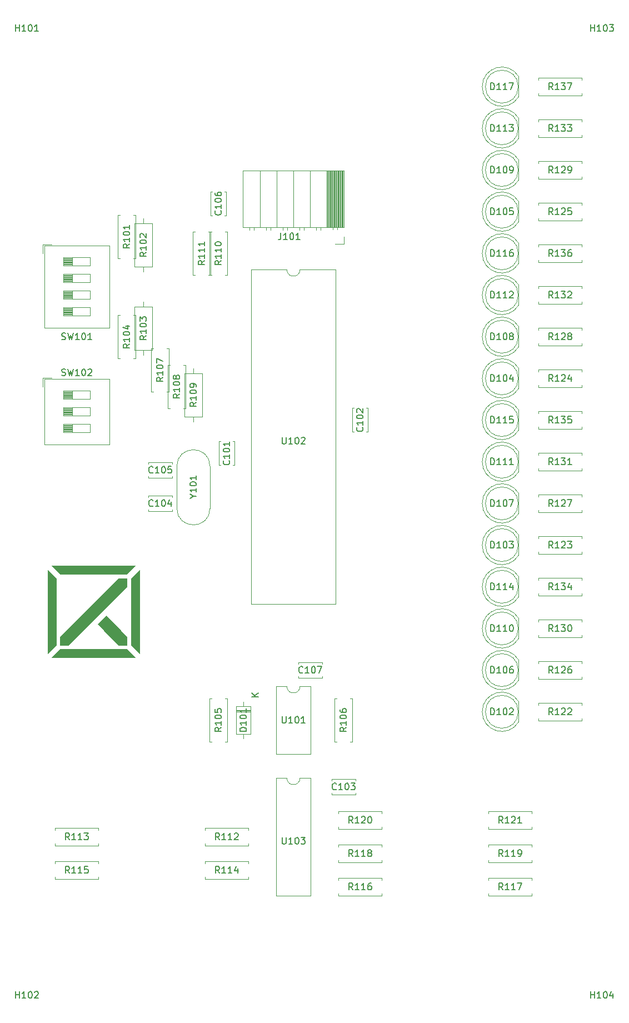
<source format=gbr>
G04 #@! TF.GenerationSoftware,KiCad,Pcbnew,(5.1.5)-3*
G04 #@! TF.CreationDate,2021-07-30T13:53:00+02:00*
G04 #@! TF.ProjectId,AnalogDrum_MIDI,416e616c-6f67-4447-9275-6d5f4d494449,rev?*
G04 #@! TF.SameCoordinates,Original*
G04 #@! TF.FileFunction,Legend,Top*
G04 #@! TF.FilePolarity,Positive*
%FSLAX46Y46*%
G04 Gerber Fmt 4.6, Leading zero omitted, Abs format (unit mm)*
G04 Created by KiCad (PCBNEW (5.1.5)-3) date 2021-07-30 13:53:00*
%MOMM*%
%LPD*%
G04 APERTURE LIST*
%ADD10C,0.100000*%
%ADD11C,0.120000*%
%ADD12C,0.150000*%
G04 APERTURE END LIST*
D10*
G36*
X74930000Y-124460000D02*
G01*
X74930000Y-125730000D01*
X73660000Y-125730000D01*
X70485000Y-122555000D01*
X71755000Y-121285000D01*
X74930000Y-124460000D01*
G37*
X74930000Y-124460000D02*
X74930000Y-125730000D01*
X73660000Y-125730000D01*
X70485000Y-122555000D01*
X71755000Y-121285000D01*
X74930000Y-124460000D01*
G36*
X74930000Y-116840000D02*
G01*
X66040000Y-125730000D01*
X64770000Y-125730000D01*
X64770000Y-124460000D01*
X73660000Y-115570000D01*
X74930000Y-115570000D01*
X74930000Y-116840000D01*
G37*
X74930000Y-116840000D02*
X66040000Y-125730000D01*
X64770000Y-125730000D01*
X64770000Y-124460000D01*
X73660000Y-115570000D01*
X74930000Y-115570000D01*
X74930000Y-116840000D01*
G36*
X76835000Y-127000000D02*
G01*
X75565000Y-125730000D01*
X75565000Y-115570000D01*
X76835000Y-114300000D01*
X76835000Y-127000000D01*
G37*
X76835000Y-127000000D02*
X75565000Y-125730000D01*
X75565000Y-115570000D01*
X76835000Y-114300000D01*
X76835000Y-127000000D01*
G36*
X74930000Y-114935000D02*
G01*
X64770000Y-114935000D01*
X63500000Y-113665000D01*
X76200000Y-113665000D01*
X74930000Y-114935000D01*
G37*
X74930000Y-114935000D02*
X64770000Y-114935000D01*
X63500000Y-113665000D01*
X76200000Y-113665000D01*
X74930000Y-114935000D01*
G36*
X76200000Y-127635000D02*
G01*
X63500000Y-127635000D01*
X64770000Y-126365000D01*
X74930000Y-126365000D01*
X76200000Y-127635000D01*
G37*
X76200000Y-127635000D02*
X63500000Y-127635000D01*
X64770000Y-126365000D01*
X74930000Y-126365000D01*
X76200000Y-127635000D01*
G36*
X64135000Y-115570000D02*
G01*
X64135000Y-125730000D01*
X62865000Y-127000000D01*
X62865000Y-114300000D01*
X64135000Y-115570000D01*
G37*
X64135000Y-115570000D02*
X64135000Y-125730000D01*
X62865000Y-127000000D01*
X62865000Y-114300000D01*
X64135000Y-115570000D01*
D11*
X144240000Y-42010000D02*
X144240000Y-41680000D01*
X137700000Y-42010000D02*
X144240000Y-42010000D01*
X137700000Y-41680000D02*
X137700000Y-42010000D01*
X144240000Y-39270000D02*
X144240000Y-39600000D01*
X137700000Y-39270000D02*
X144240000Y-39270000D01*
X137700000Y-39600000D02*
X137700000Y-39270000D01*
X144240000Y-67410000D02*
X144240000Y-67080000D01*
X137700000Y-67410000D02*
X144240000Y-67410000D01*
X137700000Y-67080000D02*
X137700000Y-67410000D01*
X144240000Y-64670000D02*
X144240000Y-65000000D01*
X137700000Y-64670000D02*
X144240000Y-64670000D01*
X137700000Y-65000000D02*
X137700000Y-64670000D01*
X144240000Y-92810000D02*
X144240000Y-92480000D01*
X137700000Y-92810000D02*
X144240000Y-92810000D01*
X137700000Y-92480000D02*
X137700000Y-92810000D01*
X144240000Y-90070000D02*
X144240000Y-90400000D01*
X137700000Y-90070000D02*
X144240000Y-90070000D01*
X137700000Y-90400000D02*
X137700000Y-90070000D01*
X144240000Y-118210000D02*
X144240000Y-117880000D01*
X137700000Y-118210000D02*
X144240000Y-118210000D01*
X137700000Y-117880000D02*
X137700000Y-118210000D01*
X144240000Y-115470000D02*
X144240000Y-115800000D01*
X137700000Y-115470000D02*
X144240000Y-115470000D01*
X137700000Y-115800000D02*
X137700000Y-115470000D01*
X144240000Y-48360000D02*
X144240000Y-48030000D01*
X137700000Y-48360000D02*
X144240000Y-48360000D01*
X137700000Y-48030000D02*
X137700000Y-48360000D01*
X144240000Y-45620000D02*
X144240000Y-45950000D01*
X137700000Y-45620000D02*
X144240000Y-45620000D01*
X137700000Y-45950000D02*
X137700000Y-45620000D01*
X144240000Y-73760000D02*
X144240000Y-73430000D01*
X137700000Y-73760000D02*
X144240000Y-73760000D01*
X137700000Y-73430000D02*
X137700000Y-73760000D01*
X144240000Y-71020000D02*
X144240000Y-71350000D01*
X137700000Y-71020000D02*
X144240000Y-71020000D01*
X137700000Y-71350000D02*
X137700000Y-71020000D01*
X144240000Y-99160000D02*
X144240000Y-98830000D01*
X137700000Y-99160000D02*
X144240000Y-99160000D01*
X137700000Y-98830000D02*
X137700000Y-99160000D01*
X144240000Y-96420000D02*
X144240000Y-96750000D01*
X137700000Y-96420000D02*
X144240000Y-96420000D01*
X137700000Y-96750000D02*
X137700000Y-96420000D01*
X144240000Y-124560000D02*
X144240000Y-124230000D01*
X137700000Y-124560000D02*
X144240000Y-124560000D01*
X137700000Y-124230000D02*
X137700000Y-124560000D01*
X144240000Y-121820000D02*
X144240000Y-122150000D01*
X137700000Y-121820000D02*
X144240000Y-121820000D01*
X137700000Y-122150000D02*
X137700000Y-121820000D01*
X144240000Y-54710000D02*
X144240000Y-54380000D01*
X137700000Y-54710000D02*
X144240000Y-54710000D01*
X137700000Y-54380000D02*
X137700000Y-54710000D01*
X144240000Y-51970000D02*
X144240000Y-52300000D01*
X137700000Y-51970000D02*
X144240000Y-51970000D01*
X137700000Y-52300000D02*
X137700000Y-51970000D01*
X144240000Y-80110000D02*
X144240000Y-79780000D01*
X137700000Y-80110000D02*
X144240000Y-80110000D01*
X137700000Y-79780000D02*
X137700000Y-80110000D01*
X144240000Y-77370000D02*
X144240000Y-77700000D01*
X137700000Y-77370000D02*
X144240000Y-77370000D01*
X137700000Y-77700000D02*
X137700000Y-77370000D01*
X144240000Y-105510000D02*
X144240000Y-105180000D01*
X137700000Y-105510000D02*
X144240000Y-105510000D01*
X137700000Y-105180000D02*
X137700000Y-105510000D01*
X144240000Y-102770000D02*
X144240000Y-103100000D01*
X137700000Y-102770000D02*
X144240000Y-102770000D01*
X137700000Y-103100000D02*
X137700000Y-102770000D01*
X144240000Y-130910000D02*
X144240000Y-130580000D01*
X137700000Y-130910000D02*
X144240000Y-130910000D01*
X137700000Y-130580000D02*
X137700000Y-130910000D01*
X144240000Y-128170000D02*
X144240000Y-128500000D01*
X137700000Y-128170000D02*
X144240000Y-128170000D01*
X137700000Y-128500000D02*
X137700000Y-128170000D01*
X144240000Y-61060000D02*
X144240000Y-60730000D01*
X137700000Y-61060000D02*
X144240000Y-61060000D01*
X137700000Y-60730000D02*
X137700000Y-61060000D01*
X144240000Y-58320000D02*
X144240000Y-58650000D01*
X137700000Y-58320000D02*
X144240000Y-58320000D01*
X137700000Y-58650000D02*
X137700000Y-58320000D01*
X144240000Y-86460000D02*
X144240000Y-86130000D01*
X137700000Y-86460000D02*
X144240000Y-86460000D01*
X137700000Y-86130000D02*
X137700000Y-86460000D01*
X144240000Y-83720000D02*
X144240000Y-84050000D01*
X137700000Y-83720000D02*
X144240000Y-83720000D01*
X137700000Y-84050000D02*
X137700000Y-83720000D01*
X144240000Y-111860000D02*
X144240000Y-111530000D01*
X137700000Y-111860000D02*
X144240000Y-111860000D01*
X137700000Y-111530000D02*
X137700000Y-111860000D01*
X144240000Y-109120000D02*
X144240000Y-109450000D01*
X137700000Y-109120000D02*
X144240000Y-109120000D01*
X137700000Y-109450000D02*
X137700000Y-109120000D01*
X144240000Y-137260000D02*
X144240000Y-136930000D01*
X137700000Y-137260000D02*
X144240000Y-137260000D01*
X137700000Y-136930000D02*
X137700000Y-137260000D01*
X144240000Y-134520000D02*
X144240000Y-134850000D01*
X137700000Y-134520000D02*
X144240000Y-134520000D01*
X137700000Y-134850000D02*
X137700000Y-134520000D01*
X134640000Y-42185000D02*
X134640000Y-39095000D01*
X134580000Y-40640000D02*
G75*
G03X134580000Y-40640000I-2500000J0D01*
G01*
X129090000Y-40640462D02*
G75*
G02X134640000Y-39095170I2990000J462D01*
G01*
X129090000Y-40639538D02*
G75*
G03X134640000Y-42184830I2990000J-462D01*
G01*
X134640000Y-67585000D02*
X134640000Y-64495000D01*
X134580000Y-66040000D02*
G75*
G03X134580000Y-66040000I-2500000J0D01*
G01*
X129090000Y-66040462D02*
G75*
G02X134640000Y-64495170I2990000J462D01*
G01*
X129090000Y-66039538D02*
G75*
G03X134640000Y-67584830I2990000J-462D01*
G01*
X134640000Y-92985000D02*
X134640000Y-89895000D01*
X134580000Y-91440000D02*
G75*
G03X134580000Y-91440000I-2500000J0D01*
G01*
X129090000Y-91440462D02*
G75*
G02X134640000Y-89895170I2990000J462D01*
G01*
X129090000Y-91439538D02*
G75*
G03X134640000Y-92984830I2990000J-462D01*
G01*
X134640000Y-118385000D02*
X134640000Y-115295000D01*
X134580000Y-116840000D02*
G75*
G03X134580000Y-116840000I-2500000J0D01*
G01*
X129090000Y-116840462D02*
G75*
G02X134640000Y-115295170I2990000J462D01*
G01*
X129090000Y-116839538D02*
G75*
G03X134640000Y-118384830I2990000J-462D01*
G01*
X134640000Y-48535000D02*
X134640000Y-45445000D01*
X134580000Y-46990000D02*
G75*
G03X134580000Y-46990000I-2500000J0D01*
G01*
X129090000Y-46990462D02*
G75*
G02X134640000Y-45445170I2990000J462D01*
G01*
X129090000Y-46989538D02*
G75*
G03X134640000Y-48534830I2990000J-462D01*
G01*
X134640000Y-73935000D02*
X134640000Y-70845000D01*
X134580000Y-72390000D02*
G75*
G03X134580000Y-72390000I-2500000J0D01*
G01*
X129090000Y-72390462D02*
G75*
G02X134640000Y-70845170I2990000J462D01*
G01*
X129090000Y-72389538D02*
G75*
G03X134640000Y-73934830I2990000J-462D01*
G01*
X134640000Y-99335000D02*
X134640000Y-96245000D01*
X134580000Y-97790000D02*
G75*
G03X134580000Y-97790000I-2500000J0D01*
G01*
X129090000Y-97790462D02*
G75*
G02X134640000Y-96245170I2990000J462D01*
G01*
X129090000Y-97789538D02*
G75*
G03X134640000Y-99334830I2990000J-462D01*
G01*
X134640000Y-124735000D02*
X134640000Y-121645000D01*
X134580000Y-123190000D02*
G75*
G03X134580000Y-123190000I-2500000J0D01*
G01*
X129090000Y-123190462D02*
G75*
G02X134640000Y-121645170I2990000J462D01*
G01*
X129090000Y-123189538D02*
G75*
G03X134640000Y-124734830I2990000J-462D01*
G01*
X134640000Y-54885000D02*
X134640000Y-51795000D01*
X134580000Y-53340000D02*
G75*
G03X134580000Y-53340000I-2500000J0D01*
G01*
X129090000Y-53340462D02*
G75*
G02X134640000Y-51795170I2990000J462D01*
G01*
X129090000Y-53339538D02*
G75*
G03X134640000Y-54884830I2990000J-462D01*
G01*
X134640000Y-80285000D02*
X134640000Y-77195000D01*
X134580000Y-78740000D02*
G75*
G03X134580000Y-78740000I-2500000J0D01*
G01*
X129090000Y-78740462D02*
G75*
G02X134640000Y-77195170I2990000J462D01*
G01*
X129090000Y-78739538D02*
G75*
G03X134640000Y-80284830I2990000J-462D01*
G01*
X134640000Y-105685000D02*
X134640000Y-102595000D01*
X134580000Y-104140000D02*
G75*
G03X134580000Y-104140000I-2500000J0D01*
G01*
X129090000Y-104140462D02*
G75*
G02X134640000Y-102595170I2990000J462D01*
G01*
X129090000Y-104139538D02*
G75*
G03X134640000Y-105684830I2990000J-462D01*
G01*
X134640000Y-131085000D02*
X134640000Y-127995000D01*
X134580000Y-129540000D02*
G75*
G03X134580000Y-129540000I-2500000J0D01*
G01*
X129090000Y-129540462D02*
G75*
G02X134640000Y-127995170I2990000J462D01*
G01*
X129090000Y-129539538D02*
G75*
G03X134640000Y-131084830I2990000J-462D01*
G01*
X134640000Y-61235000D02*
X134640000Y-58145000D01*
X134580000Y-59690000D02*
G75*
G03X134580000Y-59690000I-2500000J0D01*
G01*
X129090000Y-59690462D02*
G75*
G02X134640000Y-58145170I2990000J462D01*
G01*
X129090000Y-59689538D02*
G75*
G03X134640000Y-61234830I2990000J-462D01*
G01*
X134640000Y-86635000D02*
X134640000Y-83545000D01*
X134580000Y-85090000D02*
G75*
G03X134580000Y-85090000I-2500000J0D01*
G01*
X129090000Y-85090462D02*
G75*
G02X134640000Y-83545170I2990000J462D01*
G01*
X129090000Y-85089538D02*
G75*
G03X134640000Y-86634830I2990000J-462D01*
G01*
X134640000Y-112035000D02*
X134640000Y-108945000D01*
X134580000Y-110490000D02*
G75*
G03X134580000Y-110490000I-2500000J0D01*
G01*
X129090000Y-110490462D02*
G75*
G02X134640000Y-108945170I2990000J462D01*
G01*
X129090000Y-110489538D02*
G75*
G03X134640000Y-112034830I2990000J-462D01*
G01*
X134640000Y-137435000D02*
X134640000Y-134345000D01*
X134580000Y-135890000D02*
G75*
G03X134580000Y-135890000I-2500000J0D01*
G01*
X129090000Y-135890462D02*
G75*
G02X134640000Y-134345170I2990000J462D01*
G01*
X129090000Y-135889538D02*
G75*
G03X134640000Y-137434830I2990000J-462D01*
G01*
X85090000Y-91670000D02*
X85090000Y-90900000D01*
X85090000Y-83590000D02*
X85090000Y-84360000D01*
X86460000Y-90900000D02*
X86460000Y-84360000D01*
X83720000Y-90900000D02*
X86460000Y-90900000D01*
X83720000Y-84360000D02*
X83720000Y-90900000D01*
X86460000Y-84360000D02*
X83720000Y-84360000D01*
X77470000Y-73430000D02*
X77470000Y-74200000D01*
X77470000Y-81510000D02*
X77470000Y-80740000D01*
X76100000Y-74200000D02*
X76100000Y-80740000D01*
X78840000Y-74200000D02*
X76100000Y-74200000D01*
X78840000Y-80740000D02*
X78840000Y-74200000D01*
X76100000Y-80740000D02*
X78840000Y-80740000D01*
X77470000Y-68810000D02*
X77470000Y-68040000D01*
X77470000Y-60730000D02*
X77470000Y-61500000D01*
X78840000Y-68040000D02*
X78840000Y-61500000D01*
X76100000Y-68040000D02*
X78840000Y-68040000D01*
X76100000Y-61500000D02*
X76100000Y-68040000D01*
X78840000Y-61500000D02*
X76100000Y-61500000D01*
X109565000Y-93240000D02*
X109320000Y-93240000D01*
X111660000Y-93240000D02*
X111415000Y-93240000D01*
X109565000Y-89600000D02*
X109320000Y-89600000D01*
X111660000Y-89600000D02*
X111415000Y-89600000D01*
X109320000Y-89600000D02*
X109320000Y-93240000D01*
X111660000Y-89600000D02*
X111660000Y-93240000D01*
X89245000Y-98320000D02*
X89000000Y-98320000D01*
X91340000Y-98320000D02*
X91095000Y-98320000D01*
X89245000Y-94680000D02*
X89000000Y-94680000D01*
X91340000Y-94680000D02*
X91095000Y-94680000D01*
X89000000Y-94680000D02*
X89000000Y-98320000D01*
X91340000Y-94680000D02*
X91340000Y-98320000D01*
X101070000Y-128615000D02*
X101070000Y-128370000D01*
X101070000Y-130710000D02*
X101070000Y-130465000D01*
X104710000Y-128615000D02*
X104710000Y-128370000D01*
X104710000Y-130710000D02*
X104710000Y-130465000D01*
X104710000Y-128370000D02*
X101070000Y-128370000D01*
X104710000Y-130710000D02*
X101070000Y-130710000D01*
X89825000Y-56620000D02*
X90070000Y-56620000D01*
X87730000Y-56620000D02*
X87975000Y-56620000D01*
X89825000Y-60260000D02*
X90070000Y-60260000D01*
X87730000Y-60260000D02*
X87975000Y-60260000D01*
X90070000Y-60260000D02*
X90070000Y-56620000D01*
X87730000Y-60260000D02*
X87730000Y-56620000D01*
X81850000Y-99985000D02*
X81850000Y-100230000D01*
X81850000Y-97890000D02*
X81850000Y-98135000D01*
X78210000Y-99985000D02*
X78210000Y-100230000D01*
X78210000Y-97890000D02*
X78210000Y-98135000D01*
X78210000Y-100230000D02*
X81850000Y-100230000D01*
X78210000Y-97890000D02*
X81850000Y-97890000D01*
X78210000Y-103215000D02*
X78210000Y-102970000D01*
X78210000Y-105310000D02*
X78210000Y-105065000D01*
X81850000Y-103215000D02*
X81850000Y-102970000D01*
X81850000Y-105310000D02*
X81850000Y-105065000D01*
X81850000Y-102970000D02*
X78210000Y-102970000D01*
X81850000Y-105310000D02*
X78210000Y-105310000D01*
X109790000Y-148245000D02*
X109790000Y-148490000D01*
X109790000Y-146150000D02*
X109790000Y-146395000D01*
X106150000Y-148245000D02*
X106150000Y-148490000D01*
X106150000Y-146150000D02*
X106150000Y-146395000D01*
X106150000Y-148490000D02*
X109790000Y-148490000D01*
X106150000Y-146150000D02*
X109790000Y-146150000D01*
X82565000Y-104890000D02*
G75*
G03X87615000Y-104890000I2525000J0D01*
G01*
X82565000Y-98490000D02*
G75*
G02X87615000Y-98490000I2525000J0D01*
G01*
X82565000Y-98490000D02*
X82565000Y-104890000D01*
X87615000Y-98490000D02*
X87615000Y-104890000D01*
X102980000Y-145990000D02*
X101330000Y-145990000D01*
X102980000Y-163890000D02*
X102980000Y-145990000D01*
X97680000Y-163890000D02*
X102980000Y-163890000D01*
X97680000Y-145990000D02*
X97680000Y-163890000D01*
X99330000Y-145990000D02*
X97680000Y-145990000D01*
X101330000Y-145990000D02*
G75*
G02X99330000Y-145990000I-1000000J0D01*
G01*
X106790000Y-68520000D02*
X101330000Y-68520000D01*
X106790000Y-119440000D02*
X106790000Y-68520000D01*
X93870000Y-119440000D02*
X106790000Y-119440000D01*
X93870000Y-68520000D02*
X93870000Y-119440000D01*
X99330000Y-68520000D02*
X93870000Y-68520000D01*
X101330000Y-68520000D02*
G75*
G02X99330000Y-68520000I-1000000J0D01*
G01*
X102980000Y-132020000D02*
X101330000Y-132020000D01*
X102980000Y-142300000D02*
X102980000Y-132020000D01*
X97680000Y-142300000D02*
X102980000Y-142300000D01*
X97680000Y-132020000D02*
X97680000Y-142300000D01*
X99330000Y-132020000D02*
X97680000Y-132020000D01*
X101330000Y-132020000D02*
G75*
G02X99330000Y-132020000I-1000000J0D01*
G01*
X66633333Y-92075000D02*
X66633333Y-93345000D01*
X65280000Y-93275000D02*
X66633333Y-93275000D01*
X65280000Y-93155000D02*
X66633333Y-93155000D01*
X65280000Y-93035000D02*
X66633333Y-93035000D01*
X65280000Y-92915000D02*
X66633333Y-92915000D01*
X65280000Y-92795000D02*
X66633333Y-92795000D01*
X65280000Y-92675000D02*
X66633333Y-92675000D01*
X65280000Y-92555000D02*
X66633333Y-92555000D01*
X65280000Y-92435000D02*
X66633333Y-92435000D01*
X65280000Y-92315000D02*
X66633333Y-92315000D01*
X65280000Y-92195000D02*
X66633333Y-92195000D01*
X69340000Y-92075000D02*
X65280000Y-92075000D01*
X69340000Y-93345000D02*
X69340000Y-92075000D01*
X65280000Y-93345000D02*
X69340000Y-93345000D01*
X65280000Y-92075000D02*
X65280000Y-93345000D01*
X66633333Y-89535000D02*
X66633333Y-90805000D01*
X65280000Y-90735000D02*
X66633333Y-90735000D01*
X65280000Y-90615000D02*
X66633333Y-90615000D01*
X65280000Y-90495000D02*
X66633333Y-90495000D01*
X65280000Y-90375000D02*
X66633333Y-90375000D01*
X65280000Y-90255000D02*
X66633333Y-90255000D01*
X65280000Y-90135000D02*
X66633333Y-90135000D01*
X65280000Y-90015000D02*
X66633333Y-90015000D01*
X65280000Y-89895000D02*
X66633333Y-89895000D01*
X65280000Y-89775000D02*
X66633333Y-89775000D01*
X65280000Y-89655000D02*
X66633333Y-89655000D01*
X69340000Y-89535000D02*
X65280000Y-89535000D01*
X69340000Y-90805000D02*
X69340000Y-89535000D01*
X65280000Y-90805000D02*
X69340000Y-90805000D01*
X65280000Y-89535000D02*
X65280000Y-90805000D01*
X66633333Y-86995000D02*
X66633333Y-88265000D01*
X65280000Y-88195000D02*
X66633333Y-88195000D01*
X65280000Y-88075000D02*
X66633333Y-88075000D01*
X65280000Y-87955000D02*
X66633333Y-87955000D01*
X65280000Y-87835000D02*
X66633333Y-87835000D01*
X65280000Y-87715000D02*
X66633333Y-87715000D01*
X65280000Y-87595000D02*
X66633333Y-87595000D01*
X65280000Y-87475000D02*
X66633333Y-87475000D01*
X65280000Y-87355000D02*
X66633333Y-87355000D01*
X65280000Y-87235000D02*
X66633333Y-87235000D01*
X65280000Y-87115000D02*
X66633333Y-87115000D01*
X69340000Y-86995000D02*
X65280000Y-86995000D01*
X69340000Y-88265000D02*
X69340000Y-86995000D01*
X65280000Y-88265000D02*
X69340000Y-88265000D01*
X65280000Y-86995000D02*
X65280000Y-88265000D01*
X62120000Y-84970000D02*
X62120000Y-86353000D01*
X62120000Y-84970000D02*
X63504000Y-84970000D01*
X72260000Y-85210000D02*
X72260000Y-95130000D01*
X62360000Y-85210000D02*
X62360000Y-95130000D01*
X62360000Y-95130000D02*
X72260000Y-95130000D01*
X62360000Y-85210000D02*
X72260000Y-85210000D01*
X66633333Y-74295000D02*
X66633333Y-75565000D01*
X65280000Y-75495000D02*
X66633333Y-75495000D01*
X65280000Y-75375000D02*
X66633333Y-75375000D01*
X65280000Y-75255000D02*
X66633333Y-75255000D01*
X65280000Y-75135000D02*
X66633333Y-75135000D01*
X65280000Y-75015000D02*
X66633333Y-75015000D01*
X65280000Y-74895000D02*
X66633333Y-74895000D01*
X65280000Y-74775000D02*
X66633333Y-74775000D01*
X65280000Y-74655000D02*
X66633333Y-74655000D01*
X65280000Y-74535000D02*
X66633333Y-74535000D01*
X65280000Y-74415000D02*
X66633333Y-74415000D01*
X69340000Y-74295000D02*
X65280000Y-74295000D01*
X69340000Y-75565000D02*
X69340000Y-74295000D01*
X65280000Y-75565000D02*
X69340000Y-75565000D01*
X65280000Y-74295000D02*
X65280000Y-75565000D01*
X66633333Y-71755000D02*
X66633333Y-73025000D01*
X65280000Y-72955000D02*
X66633333Y-72955000D01*
X65280000Y-72835000D02*
X66633333Y-72835000D01*
X65280000Y-72715000D02*
X66633333Y-72715000D01*
X65280000Y-72595000D02*
X66633333Y-72595000D01*
X65280000Y-72475000D02*
X66633333Y-72475000D01*
X65280000Y-72355000D02*
X66633333Y-72355000D01*
X65280000Y-72235000D02*
X66633333Y-72235000D01*
X65280000Y-72115000D02*
X66633333Y-72115000D01*
X65280000Y-71995000D02*
X66633333Y-71995000D01*
X65280000Y-71875000D02*
X66633333Y-71875000D01*
X69340000Y-71755000D02*
X65280000Y-71755000D01*
X69340000Y-73025000D02*
X69340000Y-71755000D01*
X65280000Y-73025000D02*
X69340000Y-73025000D01*
X65280000Y-71755000D02*
X65280000Y-73025000D01*
X66633333Y-69215000D02*
X66633333Y-70485000D01*
X65280000Y-70415000D02*
X66633333Y-70415000D01*
X65280000Y-70295000D02*
X66633333Y-70295000D01*
X65280000Y-70175000D02*
X66633333Y-70175000D01*
X65280000Y-70055000D02*
X66633333Y-70055000D01*
X65280000Y-69935000D02*
X66633333Y-69935000D01*
X65280000Y-69815000D02*
X66633333Y-69815000D01*
X65280000Y-69695000D02*
X66633333Y-69695000D01*
X65280000Y-69575000D02*
X66633333Y-69575000D01*
X65280000Y-69455000D02*
X66633333Y-69455000D01*
X65280000Y-69335000D02*
X66633333Y-69335000D01*
X69340000Y-69215000D02*
X65280000Y-69215000D01*
X69340000Y-70485000D02*
X69340000Y-69215000D01*
X65280000Y-70485000D02*
X69340000Y-70485000D01*
X65280000Y-69215000D02*
X65280000Y-70485000D01*
X66633333Y-66675000D02*
X66633333Y-67945000D01*
X65280000Y-67875000D02*
X66633333Y-67875000D01*
X65280000Y-67755000D02*
X66633333Y-67755000D01*
X65280000Y-67635000D02*
X66633333Y-67635000D01*
X65280000Y-67515000D02*
X66633333Y-67515000D01*
X65280000Y-67395000D02*
X66633333Y-67395000D01*
X65280000Y-67275000D02*
X66633333Y-67275000D01*
X65280000Y-67155000D02*
X66633333Y-67155000D01*
X65280000Y-67035000D02*
X66633333Y-67035000D01*
X65280000Y-66915000D02*
X66633333Y-66915000D01*
X65280000Y-66795000D02*
X66633333Y-66795000D01*
X69340000Y-66675000D02*
X65280000Y-66675000D01*
X69340000Y-67945000D02*
X69340000Y-66675000D01*
X65280000Y-67945000D02*
X69340000Y-67945000D01*
X65280000Y-66675000D02*
X65280000Y-67945000D01*
X62120000Y-64650000D02*
X62120000Y-66033000D01*
X62120000Y-64650000D02*
X63504000Y-64650000D01*
X72260000Y-64890000D02*
X72260000Y-77350000D01*
X62360000Y-64890000D02*
X62360000Y-77350000D01*
X62360000Y-77350000D02*
X72260000Y-77350000D01*
X62360000Y-64890000D02*
X72260000Y-64890000D01*
X130080000Y-151030000D02*
X130080000Y-151360000D01*
X136620000Y-151030000D02*
X130080000Y-151030000D01*
X136620000Y-151360000D02*
X136620000Y-151030000D01*
X130080000Y-153770000D02*
X130080000Y-153440000D01*
X136620000Y-153770000D02*
X130080000Y-153770000D01*
X136620000Y-153440000D02*
X136620000Y-153770000D01*
X107220000Y-151030000D02*
X107220000Y-151360000D01*
X113760000Y-151030000D02*
X107220000Y-151030000D01*
X113760000Y-151360000D02*
X113760000Y-151030000D01*
X107220000Y-153770000D02*
X107220000Y-153440000D01*
X113760000Y-153770000D02*
X107220000Y-153770000D01*
X113760000Y-153440000D02*
X113760000Y-153770000D01*
X130080000Y-156110000D02*
X130080000Y-156440000D01*
X136620000Y-156110000D02*
X130080000Y-156110000D01*
X136620000Y-156440000D02*
X136620000Y-156110000D01*
X130080000Y-158850000D02*
X130080000Y-158520000D01*
X136620000Y-158850000D02*
X130080000Y-158850000D01*
X136620000Y-158520000D02*
X136620000Y-158850000D01*
X107220000Y-156110000D02*
X107220000Y-156440000D01*
X113760000Y-156110000D02*
X107220000Y-156110000D01*
X113760000Y-156440000D02*
X113760000Y-156110000D01*
X107220000Y-158850000D02*
X107220000Y-158520000D01*
X113760000Y-158850000D02*
X107220000Y-158850000D01*
X113760000Y-158520000D02*
X113760000Y-158850000D01*
X130080000Y-161190000D02*
X130080000Y-161520000D01*
X136620000Y-161190000D02*
X130080000Y-161190000D01*
X136620000Y-161520000D02*
X136620000Y-161190000D01*
X130080000Y-163930000D02*
X130080000Y-163600000D01*
X136620000Y-163930000D02*
X130080000Y-163930000D01*
X136620000Y-163600000D02*
X136620000Y-163930000D01*
X107220000Y-161190000D02*
X107220000Y-161520000D01*
X113760000Y-161190000D02*
X107220000Y-161190000D01*
X113760000Y-161520000D02*
X113760000Y-161190000D01*
X107220000Y-163930000D02*
X107220000Y-163600000D01*
X113760000Y-163930000D02*
X107220000Y-163930000D01*
X113760000Y-163600000D02*
X113760000Y-163930000D01*
X70580000Y-161390000D02*
X70580000Y-161060000D01*
X64040000Y-161390000D02*
X70580000Y-161390000D01*
X64040000Y-161060000D02*
X64040000Y-161390000D01*
X70580000Y-158650000D02*
X70580000Y-158980000D01*
X64040000Y-158650000D02*
X70580000Y-158650000D01*
X64040000Y-158980000D02*
X64040000Y-158650000D01*
X93440000Y-161390000D02*
X93440000Y-161060000D01*
X86900000Y-161390000D02*
X93440000Y-161390000D01*
X86900000Y-161060000D02*
X86900000Y-161390000D01*
X93440000Y-158650000D02*
X93440000Y-158980000D01*
X86900000Y-158650000D02*
X93440000Y-158650000D01*
X86900000Y-158980000D02*
X86900000Y-158650000D01*
X70580000Y-156310000D02*
X70580000Y-155980000D01*
X64040000Y-156310000D02*
X70580000Y-156310000D01*
X64040000Y-155980000D02*
X64040000Y-156310000D01*
X70580000Y-153570000D02*
X70580000Y-153900000D01*
X64040000Y-153570000D02*
X70580000Y-153570000D01*
X64040000Y-153900000D02*
X64040000Y-153570000D01*
X93440000Y-156310000D02*
X93440000Y-155980000D01*
X86900000Y-156310000D02*
X93440000Y-156310000D01*
X86900000Y-155980000D02*
X86900000Y-156310000D01*
X93440000Y-153570000D02*
X93440000Y-153900000D01*
X86900000Y-153570000D02*
X93440000Y-153570000D01*
X86900000Y-153900000D02*
X86900000Y-153570000D01*
X84990000Y-69310000D02*
X85320000Y-69310000D01*
X84990000Y-62770000D02*
X84990000Y-69310000D01*
X85320000Y-62770000D02*
X84990000Y-62770000D01*
X87730000Y-69310000D02*
X87400000Y-69310000D01*
X87730000Y-62770000D02*
X87730000Y-69310000D01*
X87400000Y-62770000D02*
X87730000Y-62770000D01*
X90270000Y-62770000D02*
X89940000Y-62770000D01*
X90270000Y-69310000D02*
X90270000Y-62770000D01*
X89940000Y-69310000D02*
X90270000Y-69310000D01*
X87530000Y-62770000D02*
X87860000Y-62770000D01*
X87530000Y-69310000D02*
X87530000Y-62770000D01*
X87860000Y-69310000D02*
X87530000Y-69310000D01*
X81180000Y-89630000D02*
X81510000Y-89630000D01*
X81180000Y-83090000D02*
X81180000Y-89630000D01*
X81510000Y-83090000D02*
X81180000Y-83090000D01*
X83920000Y-89630000D02*
X83590000Y-89630000D01*
X83920000Y-83090000D02*
X83920000Y-89630000D01*
X83590000Y-83090000D02*
X83920000Y-83090000D01*
X78640000Y-87090000D02*
X78970000Y-87090000D01*
X78640000Y-80550000D02*
X78640000Y-87090000D01*
X78970000Y-80550000D02*
X78640000Y-80550000D01*
X81380000Y-87090000D02*
X81050000Y-87090000D01*
X81380000Y-80550000D02*
X81380000Y-87090000D01*
X81050000Y-80550000D02*
X81380000Y-80550000D01*
X106580000Y-140430000D02*
X106910000Y-140430000D01*
X106580000Y-133890000D02*
X106580000Y-140430000D01*
X106910000Y-133890000D02*
X106580000Y-133890000D01*
X109320000Y-140430000D02*
X108990000Y-140430000D01*
X109320000Y-133890000D02*
X109320000Y-140430000D01*
X108990000Y-133890000D02*
X109320000Y-133890000D01*
X90270000Y-133890000D02*
X89940000Y-133890000D01*
X90270000Y-140430000D02*
X90270000Y-133890000D01*
X89940000Y-140430000D02*
X90270000Y-140430000D01*
X87530000Y-133890000D02*
X87860000Y-133890000D01*
X87530000Y-140430000D02*
X87530000Y-133890000D01*
X87860000Y-140430000D02*
X87530000Y-140430000D01*
X76300000Y-75470000D02*
X75970000Y-75470000D01*
X76300000Y-82010000D02*
X76300000Y-75470000D01*
X75970000Y-82010000D02*
X76300000Y-82010000D01*
X73560000Y-75470000D02*
X73890000Y-75470000D01*
X73560000Y-82010000D02*
X73560000Y-75470000D01*
X73890000Y-82010000D02*
X73560000Y-82010000D01*
X73560000Y-66770000D02*
X73890000Y-66770000D01*
X73560000Y-60230000D02*
X73560000Y-66770000D01*
X73890000Y-60230000D02*
X73560000Y-60230000D01*
X76300000Y-66770000D02*
X75970000Y-66770000D01*
X76300000Y-60230000D02*
X76300000Y-66770000D01*
X75970000Y-60230000D02*
X76300000Y-60230000D01*
X108010000Y-63500000D02*
X108010000Y-64610000D01*
X108010000Y-64610000D02*
X106680000Y-64610000D01*
X108010000Y-53410000D02*
X92650000Y-53410000D01*
X92650000Y-53410000D02*
X92650000Y-62040000D01*
X108010000Y-62040000D02*
X92650000Y-62040000D01*
X108010000Y-53410000D02*
X108010000Y-62040000D01*
X95250000Y-53410000D02*
X95250000Y-62040000D01*
X97790000Y-53410000D02*
X97790000Y-62040000D01*
X100330000Y-53410000D02*
X100330000Y-62040000D01*
X102870000Y-53410000D02*
X102870000Y-62040000D01*
X105410000Y-53410000D02*
X105410000Y-62040000D01*
X93620000Y-62040000D02*
X93620000Y-62450000D01*
X94340000Y-62040000D02*
X94340000Y-62450000D01*
X96160000Y-62040000D02*
X96160000Y-62450000D01*
X96880000Y-62040000D02*
X96880000Y-62450000D01*
X98700000Y-62040000D02*
X98700000Y-62450000D01*
X99420000Y-62040000D02*
X99420000Y-62450000D01*
X101240000Y-62040000D02*
X101240000Y-62450000D01*
X101960000Y-62040000D02*
X101960000Y-62450000D01*
X103780000Y-62040000D02*
X103780000Y-62450000D01*
X104500000Y-62040000D02*
X104500000Y-62450000D01*
X106320000Y-62040000D02*
X106320000Y-62390000D01*
X107040000Y-62040000D02*
X107040000Y-62390000D01*
X105528100Y-53410000D02*
X105528100Y-62040000D01*
X105646195Y-53410000D02*
X105646195Y-62040000D01*
X105764290Y-53410000D02*
X105764290Y-62040000D01*
X105882385Y-53410000D02*
X105882385Y-62040000D01*
X106000480Y-53410000D02*
X106000480Y-62040000D01*
X106118575Y-53410000D02*
X106118575Y-62040000D01*
X106236670Y-53410000D02*
X106236670Y-62040000D01*
X106354765Y-53410000D02*
X106354765Y-62040000D01*
X106472860Y-53410000D02*
X106472860Y-62040000D01*
X106590955Y-53410000D02*
X106590955Y-62040000D01*
X106709050Y-53410000D02*
X106709050Y-62040000D01*
X106827145Y-53410000D02*
X106827145Y-62040000D01*
X106945240Y-53410000D02*
X106945240Y-62040000D01*
X107063335Y-53410000D02*
X107063335Y-62040000D01*
X107181430Y-53410000D02*
X107181430Y-62040000D01*
X107299525Y-53410000D02*
X107299525Y-62040000D01*
X107417620Y-53410000D02*
X107417620Y-62040000D01*
X107535715Y-53410000D02*
X107535715Y-62040000D01*
X107653810Y-53410000D02*
X107653810Y-62040000D01*
X107771905Y-53410000D02*
X107771905Y-62040000D01*
X107890000Y-53410000D02*
X107890000Y-62040000D01*
X93830000Y-135640000D02*
X91590000Y-135640000D01*
X93830000Y-135880000D02*
X91590000Y-135880000D01*
X93830000Y-135760000D02*
X91590000Y-135760000D01*
X92710000Y-139930000D02*
X92710000Y-139280000D01*
X92710000Y-134390000D02*
X92710000Y-135040000D01*
X93830000Y-139280000D02*
X93830000Y-135040000D01*
X91590000Y-139280000D02*
X93830000Y-139280000D01*
X91590000Y-135040000D02*
X91590000Y-139280000D01*
X93830000Y-135040000D02*
X91590000Y-135040000D01*
D12*
X145605714Y-179522380D02*
X145605714Y-178522380D01*
X145605714Y-178998571D02*
X146177142Y-178998571D01*
X146177142Y-179522380D02*
X146177142Y-178522380D01*
X147177142Y-179522380D02*
X146605714Y-179522380D01*
X146891428Y-179522380D02*
X146891428Y-178522380D01*
X146796190Y-178665238D01*
X146700952Y-178760476D01*
X146605714Y-178808095D01*
X147796190Y-178522380D02*
X147891428Y-178522380D01*
X147986666Y-178570000D01*
X148034285Y-178617619D01*
X148081904Y-178712857D01*
X148129523Y-178903333D01*
X148129523Y-179141428D01*
X148081904Y-179331904D01*
X148034285Y-179427142D01*
X147986666Y-179474761D01*
X147891428Y-179522380D01*
X147796190Y-179522380D01*
X147700952Y-179474761D01*
X147653333Y-179427142D01*
X147605714Y-179331904D01*
X147558095Y-179141428D01*
X147558095Y-178903333D01*
X147605714Y-178712857D01*
X147653333Y-178617619D01*
X147700952Y-178570000D01*
X147796190Y-178522380D01*
X148986666Y-178855714D02*
X148986666Y-179522380D01*
X148748571Y-178474761D02*
X148510476Y-179189047D01*
X149129523Y-179189047D01*
X145605714Y-32202380D02*
X145605714Y-31202380D01*
X145605714Y-31678571D02*
X146177142Y-31678571D01*
X146177142Y-32202380D02*
X146177142Y-31202380D01*
X147177142Y-32202380D02*
X146605714Y-32202380D01*
X146891428Y-32202380D02*
X146891428Y-31202380D01*
X146796190Y-31345238D01*
X146700952Y-31440476D01*
X146605714Y-31488095D01*
X147796190Y-31202380D02*
X147891428Y-31202380D01*
X147986666Y-31250000D01*
X148034285Y-31297619D01*
X148081904Y-31392857D01*
X148129523Y-31583333D01*
X148129523Y-31821428D01*
X148081904Y-32011904D01*
X148034285Y-32107142D01*
X147986666Y-32154761D01*
X147891428Y-32202380D01*
X147796190Y-32202380D01*
X147700952Y-32154761D01*
X147653333Y-32107142D01*
X147605714Y-32011904D01*
X147558095Y-31821428D01*
X147558095Y-31583333D01*
X147605714Y-31392857D01*
X147653333Y-31297619D01*
X147700952Y-31250000D01*
X147796190Y-31202380D01*
X148462857Y-31202380D02*
X149081904Y-31202380D01*
X148748571Y-31583333D01*
X148891428Y-31583333D01*
X148986666Y-31630952D01*
X149034285Y-31678571D01*
X149081904Y-31773809D01*
X149081904Y-32011904D01*
X149034285Y-32107142D01*
X148986666Y-32154761D01*
X148891428Y-32202380D01*
X148605714Y-32202380D01*
X148510476Y-32154761D01*
X148462857Y-32107142D01*
X57975714Y-179522380D02*
X57975714Y-178522380D01*
X57975714Y-178998571D02*
X58547142Y-178998571D01*
X58547142Y-179522380D02*
X58547142Y-178522380D01*
X59547142Y-179522380D02*
X58975714Y-179522380D01*
X59261428Y-179522380D02*
X59261428Y-178522380D01*
X59166190Y-178665238D01*
X59070952Y-178760476D01*
X58975714Y-178808095D01*
X60166190Y-178522380D02*
X60261428Y-178522380D01*
X60356666Y-178570000D01*
X60404285Y-178617619D01*
X60451904Y-178712857D01*
X60499523Y-178903333D01*
X60499523Y-179141428D01*
X60451904Y-179331904D01*
X60404285Y-179427142D01*
X60356666Y-179474761D01*
X60261428Y-179522380D01*
X60166190Y-179522380D01*
X60070952Y-179474761D01*
X60023333Y-179427142D01*
X59975714Y-179331904D01*
X59928095Y-179141428D01*
X59928095Y-178903333D01*
X59975714Y-178712857D01*
X60023333Y-178617619D01*
X60070952Y-178570000D01*
X60166190Y-178522380D01*
X60880476Y-178617619D02*
X60928095Y-178570000D01*
X61023333Y-178522380D01*
X61261428Y-178522380D01*
X61356666Y-178570000D01*
X61404285Y-178617619D01*
X61451904Y-178712857D01*
X61451904Y-178808095D01*
X61404285Y-178950952D01*
X60832857Y-179522380D01*
X61451904Y-179522380D01*
X57975714Y-32202380D02*
X57975714Y-31202380D01*
X57975714Y-31678571D02*
X58547142Y-31678571D01*
X58547142Y-32202380D02*
X58547142Y-31202380D01*
X59547142Y-32202380D02*
X58975714Y-32202380D01*
X59261428Y-32202380D02*
X59261428Y-31202380D01*
X59166190Y-31345238D01*
X59070952Y-31440476D01*
X58975714Y-31488095D01*
X60166190Y-31202380D02*
X60261428Y-31202380D01*
X60356666Y-31250000D01*
X60404285Y-31297619D01*
X60451904Y-31392857D01*
X60499523Y-31583333D01*
X60499523Y-31821428D01*
X60451904Y-32011904D01*
X60404285Y-32107142D01*
X60356666Y-32154761D01*
X60261428Y-32202380D01*
X60166190Y-32202380D01*
X60070952Y-32154761D01*
X60023333Y-32107142D01*
X59975714Y-32011904D01*
X59928095Y-31821428D01*
X59928095Y-31583333D01*
X59975714Y-31392857D01*
X60023333Y-31297619D01*
X60070952Y-31250000D01*
X60166190Y-31202380D01*
X61451904Y-32202380D02*
X60880476Y-32202380D01*
X61166190Y-32202380D02*
X61166190Y-31202380D01*
X61070952Y-31345238D01*
X60975714Y-31440476D01*
X60880476Y-31488095D01*
X139850952Y-41092380D02*
X139517619Y-40616190D01*
X139279523Y-41092380D02*
X139279523Y-40092380D01*
X139660476Y-40092380D01*
X139755714Y-40140000D01*
X139803333Y-40187619D01*
X139850952Y-40282857D01*
X139850952Y-40425714D01*
X139803333Y-40520952D01*
X139755714Y-40568571D01*
X139660476Y-40616190D01*
X139279523Y-40616190D01*
X140803333Y-41092380D02*
X140231904Y-41092380D01*
X140517619Y-41092380D02*
X140517619Y-40092380D01*
X140422380Y-40235238D01*
X140327142Y-40330476D01*
X140231904Y-40378095D01*
X141136666Y-40092380D02*
X141755714Y-40092380D01*
X141422380Y-40473333D01*
X141565238Y-40473333D01*
X141660476Y-40520952D01*
X141708095Y-40568571D01*
X141755714Y-40663809D01*
X141755714Y-40901904D01*
X141708095Y-40997142D01*
X141660476Y-41044761D01*
X141565238Y-41092380D01*
X141279523Y-41092380D01*
X141184285Y-41044761D01*
X141136666Y-40997142D01*
X142089047Y-40092380D02*
X142755714Y-40092380D01*
X142327142Y-41092380D01*
X139850952Y-66492380D02*
X139517619Y-66016190D01*
X139279523Y-66492380D02*
X139279523Y-65492380D01*
X139660476Y-65492380D01*
X139755714Y-65540000D01*
X139803333Y-65587619D01*
X139850952Y-65682857D01*
X139850952Y-65825714D01*
X139803333Y-65920952D01*
X139755714Y-65968571D01*
X139660476Y-66016190D01*
X139279523Y-66016190D01*
X140803333Y-66492380D02*
X140231904Y-66492380D01*
X140517619Y-66492380D02*
X140517619Y-65492380D01*
X140422380Y-65635238D01*
X140327142Y-65730476D01*
X140231904Y-65778095D01*
X141136666Y-65492380D02*
X141755714Y-65492380D01*
X141422380Y-65873333D01*
X141565238Y-65873333D01*
X141660476Y-65920952D01*
X141708095Y-65968571D01*
X141755714Y-66063809D01*
X141755714Y-66301904D01*
X141708095Y-66397142D01*
X141660476Y-66444761D01*
X141565238Y-66492380D01*
X141279523Y-66492380D01*
X141184285Y-66444761D01*
X141136666Y-66397142D01*
X142612857Y-65492380D02*
X142422380Y-65492380D01*
X142327142Y-65540000D01*
X142279523Y-65587619D01*
X142184285Y-65730476D01*
X142136666Y-65920952D01*
X142136666Y-66301904D01*
X142184285Y-66397142D01*
X142231904Y-66444761D01*
X142327142Y-66492380D01*
X142517619Y-66492380D01*
X142612857Y-66444761D01*
X142660476Y-66397142D01*
X142708095Y-66301904D01*
X142708095Y-66063809D01*
X142660476Y-65968571D01*
X142612857Y-65920952D01*
X142517619Y-65873333D01*
X142327142Y-65873333D01*
X142231904Y-65920952D01*
X142184285Y-65968571D01*
X142136666Y-66063809D01*
X139850952Y-91892380D02*
X139517619Y-91416190D01*
X139279523Y-91892380D02*
X139279523Y-90892380D01*
X139660476Y-90892380D01*
X139755714Y-90940000D01*
X139803333Y-90987619D01*
X139850952Y-91082857D01*
X139850952Y-91225714D01*
X139803333Y-91320952D01*
X139755714Y-91368571D01*
X139660476Y-91416190D01*
X139279523Y-91416190D01*
X140803333Y-91892380D02*
X140231904Y-91892380D01*
X140517619Y-91892380D02*
X140517619Y-90892380D01*
X140422380Y-91035238D01*
X140327142Y-91130476D01*
X140231904Y-91178095D01*
X141136666Y-90892380D02*
X141755714Y-90892380D01*
X141422380Y-91273333D01*
X141565238Y-91273333D01*
X141660476Y-91320952D01*
X141708095Y-91368571D01*
X141755714Y-91463809D01*
X141755714Y-91701904D01*
X141708095Y-91797142D01*
X141660476Y-91844761D01*
X141565238Y-91892380D01*
X141279523Y-91892380D01*
X141184285Y-91844761D01*
X141136666Y-91797142D01*
X142660476Y-90892380D02*
X142184285Y-90892380D01*
X142136666Y-91368571D01*
X142184285Y-91320952D01*
X142279523Y-91273333D01*
X142517619Y-91273333D01*
X142612857Y-91320952D01*
X142660476Y-91368571D01*
X142708095Y-91463809D01*
X142708095Y-91701904D01*
X142660476Y-91797142D01*
X142612857Y-91844761D01*
X142517619Y-91892380D01*
X142279523Y-91892380D01*
X142184285Y-91844761D01*
X142136666Y-91797142D01*
X139850952Y-117292380D02*
X139517619Y-116816190D01*
X139279523Y-117292380D02*
X139279523Y-116292380D01*
X139660476Y-116292380D01*
X139755714Y-116340000D01*
X139803333Y-116387619D01*
X139850952Y-116482857D01*
X139850952Y-116625714D01*
X139803333Y-116720952D01*
X139755714Y-116768571D01*
X139660476Y-116816190D01*
X139279523Y-116816190D01*
X140803333Y-117292380D02*
X140231904Y-117292380D01*
X140517619Y-117292380D02*
X140517619Y-116292380D01*
X140422380Y-116435238D01*
X140327142Y-116530476D01*
X140231904Y-116578095D01*
X141136666Y-116292380D02*
X141755714Y-116292380D01*
X141422380Y-116673333D01*
X141565238Y-116673333D01*
X141660476Y-116720952D01*
X141708095Y-116768571D01*
X141755714Y-116863809D01*
X141755714Y-117101904D01*
X141708095Y-117197142D01*
X141660476Y-117244761D01*
X141565238Y-117292380D01*
X141279523Y-117292380D01*
X141184285Y-117244761D01*
X141136666Y-117197142D01*
X142612857Y-116625714D02*
X142612857Y-117292380D01*
X142374761Y-116244761D02*
X142136666Y-116959047D01*
X142755714Y-116959047D01*
X139850952Y-47442380D02*
X139517619Y-46966190D01*
X139279523Y-47442380D02*
X139279523Y-46442380D01*
X139660476Y-46442380D01*
X139755714Y-46490000D01*
X139803333Y-46537619D01*
X139850952Y-46632857D01*
X139850952Y-46775714D01*
X139803333Y-46870952D01*
X139755714Y-46918571D01*
X139660476Y-46966190D01*
X139279523Y-46966190D01*
X140803333Y-47442380D02*
X140231904Y-47442380D01*
X140517619Y-47442380D02*
X140517619Y-46442380D01*
X140422380Y-46585238D01*
X140327142Y-46680476D01*
X140231904Y-46728095D01*
X141136666Y-46442380D02*
X141755714Y-46442380D01*
X141422380Y-46823333D01*
X141565238Y-46823333D01*
X141660476Y-46870952D01*
X141708095Y-46918571D01*
X141755714Y-47013809D01*
X141755714Y-47251904D01*
X141708095Y-47347142D01*
X141660476Y-47394761D01*
X141565238Y-47442380D01*
X141279523Y-47442380D01*
X141184285Y-47394761D01*
X141136666Y-47347142D01*
X142089047Y-46442380D02*
X142708095Y-46442380D01*
X142374761Y-46823333D01*
X142517619Y-46823333D01*
X142612857Y-46870952D01*
X142660476Y-46918571D01*
X142708095Y-47013809D01*
X142708095Y-47251904D01*
X142660476Y-47347142D01*
X142612857Y-47394761D01*
X142517619Y-47442380D01*
X142231904Y-47442380D01*
X142136666Y-47394761D01*
X142089047Y-47347142D01*
X139850952Y-72842380D02*
X139517619Y-72366190D01*
X139279523Y-72842380D02*
X139279523Y-71842380D01*
X139660476Y-71842380D01*
X139755714Y-71890000D01*
X139803333Y-71937619D01*
X139850952Y-72032857D01*
X139850952Y-72175714D01*
X139803333Y-72270952D01*
X139755714Y-72318571D01*
X139660476Y-72366190D01*
X139279523Y-72366190D01*
X140803333Y-72842380D02*
X140231904Y-72842380D01*
X140517619Y-72842380D02*
X140517619Y-71842380D01*
X140422380Y-71985238D01*
X140327142Y-72080476D01*
X140231904Y-72128095D01*
X141136666Y-71842380D02*
X141755714Y-71842380D01*
X141422380Y-72223333D01*
X141565238Y-72223333D01*
X141660476Y-72270952D01*
X141708095Y-72318571D01*
X141755714Y-72413809D01*
X141755714Y-72651904D01*
X141708095Y-72747142D01*
X141660476Y-72794761D01*
X141565238Y-72842380D01*
X141279523Y-72842380D01*
X141184285Y-72794761D01*
X141136666Y-72747142D01*
X142136666Y-71937619D02*
X142184285Y-71890000D01*
X142279523Y-71842380D01*
X142517619Y-71842380D01*
X142612857Y-71890000D01*
X142660476Y-71937619D01*
X142708095Y-72032857D01*
X142708095Y-72128095D01*
X142660476Y-72270952D01*
X142089047Y-72842380D01*
X142708095Y-72842380D01*
X139850952Y-98242380D02*
X139517619Y-97766190D01*
X139279523Y-98242380D02*
X139279523Y-97242380D01*
X139660476Y-97242380D01*
X139755714Y-97290000D01*
X139803333Y-97337619D01*
X139850952Y-97432857D01*
X139850952Y-97575714D01*
X139803333Y-97670952D01*
X139755714Y-97718571D01*
X139660476Y-97766190D01*
X139279523Y-97766190D01*
X140803333Y-98242380D02*
X140231904Y-98242380D01*
X140517619Y-98242380D02*
X140517619Y-97242380D01*
X140422380Y-97385238D01*
X140327142Y-97480476D01*
X140231904Y-97528095D01*
X141136666Y-97242380D02*
X141755714Y-97242380D01*
X141422380Y-97623333D01*
X141565238Y-97623333D01*
X141660476Y-97670952D01*
X141708095Y-97718571D01*
X141755714Y-97813809D01*
X141755714Y-98051904D01*
X141708095Y-98147142D01*
X141660476Y-98194761D01*
X141565238Y-98242380D01*
X141279523Y-98242380D01*
X141184285Y-98194761D01*
X141136666Y-98147142D01*
X142708095Y-98242380D02*
X142136666Y-98242380D01*
X142422380Y-98242380D02*
X142422380Y-97242380D01*
X142327142Y-97385238D01*
X142231904Y-97480476D01*
X142136666Y-97528095D01*
X139850952Y-123642380D02*
X139517619Y-123166190D01*
X139279523Y-123642380D02*
X139279523Y-122642380D01*
X139660476Y-122642380D01*
X139755714Y-122690000D01*
X139803333Y-122737619D01*
X139850952Y-122832857D01*
X139850952Y-122975714D01*
X139803333Y-123070952D01*
X139755714Y-123118571D01*
X139660476Y-123166190D01*
X139279523Y-123166190D01*
X140803333Y-123642380D02*
X140231904Y-123642380D01*
X140517619Y-123642380D02*
X140517619Y-122642380D01*
X140422380Y-122785238D01*
X140327142Y-122880476D01*
X140231904Y-122928095D01*
X141136666Y-122642380D02*
X141755714Y-122642380D01*
X141422380Y-123023333D01*
X141565238Y-123023333D01*
X141660476Y-123070952D01*
X141708095Y-123118571D01*
X141755714Y-123213809D01*
X141755714Y-123451904D01*
X141708095Y-123547142D01*
X141660476Y-123594761D01*
X141565238Y-123642380D01*
X141279523Y-123642380D01*
X141184285Y-123594761D01*
X141136666Y-123547142D01*
X142374761Y-122642380D02*
X142470000Y-122642380D01*
X142565238Y-122690000D01*
X142612857Y-122737619D01*
X142660476Y-122832857D01*
X142708095Y-123023333D01*
X142708095Y-123261428D01*
X142660476Y-123451904D01*
X142612857Y-123547142D01*
X142565238Y-123594761D01*
X142470000Y-123642380D01*
X142374761Y-123642380D01*
X142279523Y-123594761D01*
X142231904Y-123547142D01*
X142184285Y-123451904D01*
X142136666Y-123261428D01*
X142136666Y-123023333D01*
X142184285Y-122832857D01*
X142231904Y-122737619D01*
X142279523Y-122690000D01*
X142374761Y-122642380D01*
X139850952Y-53792380D02*
X139517619Y-53316190D01*
X139279523Y-53792380D02*
X139279523Y-52792380D01*
X139660476Y-52792380D01*
X139755714Y-52840000D01*
X139803333Y-52887619D01*
X139850952Y-52982857D01*
X139850952Y-53125714D01*
X139803333Y-53220952D01*
X139755714Y-53268571D01*
X139660476Y-53316190D01*
X139279523Y-53316190D01*
X140803333Y-53792380D02*
X140231904Y-53792380D01*
X140517619Y-53792380D02*
X140517619Y-52792380D01*
X140422380Y-52935238D01*
X140327142Y-53030476D01*
X140231904Y-53078095D01*
X141184285Y-52887619D02*
X141231904Y-52840000D01*
X141327142Y-52792380D01*
X141565238Y-52792380D01*
X141660476Y-52840000D01*
X141708095Y-52887619D01*
X141755714Y-52982857D01*
X141755714Y-53078095D01*
X141708095Y-53220952D01*
X141136666Y-53792380D01*
X141755714Y-53792380D01*
X142231904Y-53792380D02*
X142422380Y-53792380D01*
X142517619Y-53744761D01*
X142565238Y-53697142D01*
X142660476Y-53554285D01*
X142708095Y-53363809D01*
X142708095Y-52982857D01*
X142660476Y-52887619D01*
X142612857Y-52840000D01*
X142517619Y-52792380D01*
X142327142Y-52792380D01*
X142231904Y-52840000D01*
X142184285Y-52887619D01*
X142136666Y-52982857D01*
X142136666Y-53220952D01*
X142184285Y-53316190D01*
X142231904Y-53363809D01*
X142327142Y-53411428D01*
X142517619Y-53411428D01*
X142612857Y-53363809D01*
X142660476Y-53316190D01*
X142708095Y-53220952D01*
X139850952Y-79192380D02*
X139517619Y-78716190D01*
X139279523Y-79192380D02*
X139279523Y-78192380D01*
X139660476Y-78192380D01*
X139755714Y-78240000D01*
X139803333Y-78287619D01*
X139850952Y-78382857D01*
X139850952Y-78525714D01*
X139803333Y-78620952D01*
X139755714Y-78668571D01*
X139660476Y-78716190D01*
X139279523Y-78716190D01*
X140803333Y-79192380D02*
X140231904Y-79192380D01*
X140517619Y-79192380D02*
X140517619Y-78192380D01*
X140422380Y-78335238D01*
X140327142Y-78430476D01*
X140231904Y-78478095D01*
X141184285Y-78287619D02*
X141231904Y-78240000D01*
X141327142Y-78192380D01*
X141565238Y-78192380D01*
X141660476Y-78240000D01*
X141708095Y-78287619D01*
X141755714Y-78382857D01*
X141755714Y-78478095D01*
X141708095Y-78620952D01*
X141136666Y-79192380D01*
X141755714Y-79192380D01*
X142327142Y-78620952D02*
X142231904Y-78573333D01*
X142184285Y-78525714D01*
X142136666Y-78430476D01*
X142136666Y-78382857D01*
X142184285Y-78287619D01*
X142231904Y-78240000D01*
X142327142Y-78192380D01*
X142517619Y-78192380D01*
X142612857Y-78240000D01*
X142660476Y-78287619D01*
X142708095Y-78382857D01*
X142708095Y-78430476D01*
X142660476Y-78525714D01*
X142612857Y-78573333D01*
X142517619Y-78620952D01*
X142327142Y-78620952D01*
X142231904Y-78668571D01*
X142184285Y-78716190D01*
X142136666Y-78811428D01*
X142136666Y-79001904D01*
X142184285Y-79097142D01*
X142231904Y-79144761D01*
X142327142Y-79192380D01*
X142517619Y-79192380D01*
X142612857Y-79144761D01*
X142660476Y-79097142D01*
X142708095Y-79001904D01*
X142708095Y-78811428D01*
X142660476Y-78716190D01*
X142612857Y-78668571D01*
X142517619Y-78620952D01*
X139850952Y-104592380D02*
X139517619Y-104116190D01*
X139279523Y-104592380D02*
X139279523Y-103592380D01*
X139660476Y-103592380D01*
X139755714Y-103640000D01*
X139803333Y-103687619D01*
X139850952Y-103782857D01*
X139850952Y-103925714D01*
X139803333Y-104020952D01*
X139755714Y-104068571D01*
X139660476Y-104116190D01*
X139279523Y-104116190D01*
X140803333Y-104592380D02*
X140231904Y-104592380D01*
X140517619Y-104592380D02*
X140517619Y-103592380D01*
X140422380Y-103735238D01*
X140327142Y-103830476D01*
X140231904Y-103878095D01*
X141184285Y-103687619D02*
X141231904Y-103640000D01*
X141327142Y-103592380D01*
X141565238Y-103592380D01*
X141660476Y-103640000D01*
X141708095Y-103687619D01*
X141755714Y-103782857D01*
X141755714Y-103878095D01*
X141708095Y-104020952D01*
X141136666Y-104592380D01*
X141755714Y-104592380D01*
X142089047Y-103592380D02*
X142755714Y-103592380D01*
X142327142Y-104592380D01*
X139850952Y-129992380D02*
X139517619Y-129516190D01*
X139279523Y-129992380D02*
X139279523Y-128992380D01*
X139660476Y-128992380D01*
X139755714Y-129040000D01*
X139803333Y-129087619D01*
X139850952Y-129182857D01*
X139850952Y-129325714D01*
X139803333Y-129420952D01*
X139755714Y-129468571D01*
X139660476Y-129516190D01*
X139279523Y-129516190D01*
X140803333Y-129992380D02*
X140231904Y-129992380D01*
X140517619Y-129992380D02*
X140517619Y-128992380D01*
X140422380Y-129135238D01*
X140327142Y-129230476D01*
X140231904Y-129278095D01*
X141184285Y-129087619D02*
X141231904Y-129040000D01*
X141327142Y-128992380D01*
X141565238Y-128992380D01*
X141660476Y-129040000D01*
X141708095Y-129087619D01*
X141755714Y-129182857D01*
X141755714Y-129278095D01*
X141708095Y-129420952D01*
X141136666Y-129992380D01*
X141755714Y-129992380D01*
X142612857Y-128992380D02*
X142422380Y-128992380D01*
X142327142Y-129040000D01*
X142279523Y-129087619D01*
X142184285Y-129230476D01*
X142136666Y-129420952D01*
X142136666Y-129801904D01*
X142184285Y-129897142D01*
X142231904Y-129944761D01*
X142327142Y-129992380D01*
X142517619Y-129992380D01*
X142612857Y-129944761D01*
X142660476Y-129897142D01*
X142708095Y-129801904D01*
X142708095Y-129563809D01*
X142660476Y-129468571D01*
X142612857Y-129420952D01*
X142517619Y-129373333D01*
X142327142Y-129373333D01*
X142231904Y-129420952D01*
X142184285Y-129468571D01*
X142136666Y-129563809D01*
X139850952Y-60142380D02*
X139517619Y-59666190D01*
X139279523Y-60142380D02*
X139279523Y-59142380D01*
X139660476Y-59142380D01*
X139755714Y-59190000D01*
X139803333Y-59237619D01*
X139850952Y-59332857D01*
X139850952Y-59475714D01*
X139803333Y-59570952D01*
X139755714Y-59618571D01*
X139660476Y-59666190D01*
X139279523Y-59666190D01*
X140803333Y-60142380D02*
X140231904Y-60142380D01*
X140517619Y-60142380D02*
X140517619Y-59142380D01*
X140422380Y-59285238D01*
X140327142Y-59380476D01*
X140231904Y-59428095D01*
X141184285Y-59237619D02*
X141231904Y-59190000D01*
X141327142Y-59142380D01*
X141565238Y-59142380D01*
X141660476Y-59190000D01*
X141708095Y-59237619D01*
X141755714Y-59332857D01*
X141755714Y-59428095D01*
X141708095Y-59570952D01*
X141136666Y-60142380D01*
X141755714Y-60142380D01*
X142660476Y-59142380D02*
X142184285Y-59142380D01*
X142136666Y-59618571D01*
X142184285Y-59570952D01*
X142279523Y-59523333D01*
X142517619Y-59523333D01*
X142612857Y-59570952D01*
X142660476Y-59618571D01*
X142708095Y-59713809D01*
X142708095Y-59951904D01*
X142660476Y-60047142D01*
X142612857Y-60094761D01*
X142517619Y-60142380D01*
X142279523Y-60142380D01*
X142184285Y-60094761D01*
X142136666Y-60047142D01*
X139850952Y-85542380D02*
X139517619Y-85066190D01*
X139279523Y-85542380D02*
X139279523Y-84542380D01*
X139660476Y-84542380D01*
X139755714Y-84590000D01*
X139803333Y-84637619D01*
X139850952Y-84732857D01*
X139850952Y-84875714D01*
X139803333Y-84970952D01*
X139755714Y-85018571D01*
X139660476Y-85066190D01*
X139279523Y-85066190D01*
X140803333Y-85542380D02*
X140231904Y-85542380D01*
X140517619Y-85542380D02*
X140517619Y-84542380D01*
X140422380Y-84685238D01*
X140327142Y-84780476D01*
X140231904Y-84828095D01*
X141184285Y-84637619D02*
X141231904Y-84590000D01*
X141327142Y-84542380D01*
X141565238Y-84542380D01*
X141660476Y-84590000D01*
X141708095Y-84637619D01*
X141755714Y-84732857D01*
X141755714Y-84828095D01*
X141708095Y-84970952D01*
X141136666Y-85542380D01*
X141755714Y-85542380D01*
X142612857Y-84875714D02*
X142612857Y-85542380D01*
X142374761Y-84494761D02*
X142136666Y-85209047D01*
X142755714Y-85209047D01*
X139850952Y-110942380D02*
X139517619Y-110466190D01*
X139279523Y-110942380D02*
X139279523Y-109942380D01*
X139660476Y-109942380D01*
X139755714Y-109990000D01*
X139803333Y-110037619D01*
X139850952Y-110132857D01*
X139850952Y-110275714D01*
X139803333Y-110370952D01*
X139755714Y-110418571D01*
X139660476Y-110466190D01*
X139279523Y-110466190D01*
X140803333Y-110942380D02*
X140231904Y-110942380D01*
X140517619Y-110942380D02*
X140517619Y-109942380D01*
X140422380Y-110085238D01*
X140327142Y-110180476D01*
X140231904Y-110228095D01*
X141184285Y-110037619D02*
X141231904Y-109990000D01*
X141327142Y-109942380D01*
X141565238Y-109942380D01*
X141660476Y-109990000D01*
X141708095Y-110037619D01*
X141755714Y-110132857D01*
X141755714Y-110228095D01*
X141708095Y-110370952D01*
X141136666Y-110942380D01*
X141755714Y-110942380D01*
X142089047Y-109942380D02*
X142708095Y-109942380D01*
X142374761Y-110323333D01*
X142517619Y-110323333D01*
X142612857Y-110370952D01*
X142660476Y-110418571D01*
X142708095Y-110513809D01*
X142708095Y-110751904D01*
X142660476Y-110847142D01*
X142612857Y-110894761D01*
X142517619Y-110942380D01*
X142231904Y-110942380D01*
X142136666Y-110894761D01*
X142089047Y-110847142D01*
X139850952Y-136342380D02*
X139517619Y-135866190D01*
X139279523Y-136342380D02*
X139279523Y-135342380D01*
X139660476Y-135342380D01*
X139755714Y-135390000D01*
X139803333Y-135437619D01*
X139850952Y-135532857D01*
X139850952Y-135675714D01*
X139803333Y-135770952D01*
X139755714Y-135818571D01*
X139660476Y-135866190D01*
X139279523Y-135866190D01*
X140803333Y-136342380D02*
X140231904Y-136342380D01*
X140517619Y-136342380D02*
X140517619Y-135342380D01*
X140422380Y-135485238D01*
X140327142Y-135580476D01*
X140231904Y-135628095D01*
X141184285Y-135437619D02*
X141231904Y-135390000D01*
X141327142Y-135342380D01*
X141565238Y-135342380D01*
X141660476Y-135390000D01*
X141708095Y-135437619D01*
X141755714Y-135532857D01*
X141755714Y-135628095D01*
X141708095Y-135770952D01*
X141136666Y-136342380D01*
X141755714Y-136342380D01*
X142136666Y-135437619D02*
X142184285Y-135390000D01*
X142279523Y-135342380D01*
X142517619Y-135342380D01*
X142612857Y-135390000D01*
X142660476Y-135437619D01*
X142708095Y-135532857D01*
X142708095Y-135628095D01*
X142660476Y-135770952D01*
X142089047Y-136342380D01*
X142708095Y-136342380D01*
X130389523Y-41092380D02*
X130389523Y-40092380D01*
X130627619Y-40092380D01*
X130770476Y-40140000D01*
X130865714Y-40235238D01*
X130913333Y-40330476D01*
X130960952Y-40520952D01*
X130960952Y-40663809D01*
X130913333Y-40854285D01*
X130865714Y-40949523D01*
X130770476Y-41044761D01*
X130627619Y-41092380D01*
X130389523Y-41092380D01*
X131913333Y-41092380D02*
X131341904Y-41092380D01*
X131627619Y-41092380D02*
X131627619Y-40092380D01*
X131532380Y-40235238D01*
X131437142Y-40330476D01*
X131341904Y-40378095D01*
X132865714Y-41092380D02*
X132294285Y-41092380D01*
X132580000Y-41092380D02*
X132580000Y-40092380D01*
X132484761Y-40235238D01*
X132389523Y-40330476D01*
X132294285Y-40378095D01*
X133199047Y-40092380D02*
X133865714Y-40092380D01*
X133437142Y-41092380D01*
X130389523Y-66492380D02*
X130389523Y-65492380D01*
X130627619Y-65492380D01*
X130770476Y-65540000D01*
X130865714Y-65635238D01*
X130913333Y-65730476D01*
X130960952Y-65920952D01*
X130960952Y-66063809D01*
X130913333Y-66254285D01*
X130865714Y-66349523D01*
X130770476Y-66444761D01*
X130627619Y-66492380D01*
X130389523Y-66492380D01*
X131913333Y-66492380D02*
X131341904Y-66492380D01*
X131627619Y-66492380D02*
X131627619Y-65492380D01*
X131532380Y-65635238D01*
X131437142Y-65730476D01*
X131341904Y-65778095D01*
X132865714Y-66492380D02*
X132294285Y-66492380D01*
X132580000Y-66492380D02*
X132580000Y-65492380D01*
X132484761Y-65635238D01*
X132389523Y-65730476D01*
X132294285Y-65778095D01*
X133722857Y-65492380D02*
X133532380Y-65492380D01*
X133437142Y-65540000D01*
X133389523Y-65587619D01*
X133294285Y-65730476D01*
X133246666Y-65920952D01*
X133246666Y-66301904D01*
X133294285Y-66397142D01*
X133341904Y-66444761D01*
X133437142Y-66492380D01*
X133627619Y-66492380D01*
X133722857Y-66444761D01*
X133770476Y-66397142D01*
X133818095Y-66301904D01*
X133818095Y-66063809D01*
X133770476Y-65968571D01*
X133722857Y-65920952D01*
X133627619Y-65873333D01*
X133437142Y-65873333D01*
X133341904Y-65920952D01*
X133294285Y-65968571D01*
X133246666Y-66063809D01*
X130389523Y-91892380D02*
X130389523Y-90892380D01*
X130627619Y-90892380D01*
X130770476Y-90940000D01*
X130865714Y-91035238D01*
X130913333Y-91130476D01*
X130960952Y-91320952D01*
X130960952Y-91463809D01*
X130913333Y-91654285D01*
X130865714Y-91749523D01*
X130770476Y-91844761D01*
X130627619Y-91892380D01*
X130389523Y-91892380D01*
X131913333Y-91892380D02*
X131341904Y-91892380D01*
X131627619Y-91892380D02*
X131627619Y-90892380D01*
X131532380Y-91035238D01*
X131437142Y-91130476D01*
X131341904Y-91178095D01*
X132865714Y-91892380D02*
X132294285Y-91892380D01*
X132580000Y-91892380D02*
X132580000Y-90892380D01*
X132484761Y-91035238D01*
X132389523Y-91130476D01*
X132294285Y-91178095D01*
X133770476Y-90892380D02*
X133294285Y-90892380D01*
X133246666Y-91368571D01*
X133294285Y-91320952D01*
X133389523Y-91273333D01*
X133627619Y-91273333D01*
X133722857Y-91320952D01*
X133770476Y-91368571D01*
X133818095Y-91463809D01*
X133818095Y-91701904D01*
X133770476Y-91797142D01*
X133722857Y-91844761D01*
X133627619Y-91892380D01*
X133389523Y-91892380D01*
X133294285Y-91844761D01*
X133246666Y-91797142D01*
X130389523Y-117292380D02*
X130389523Y-116292380D01*
X130627619Y-116292380D01*
X130770476Y-116340000D01*
X130865714Y-116435238D01*
X130913333Y-116530476D01*
X130960952Y-116720952D01*
X130960952Y-116863809D01*
X130913333Y-117054285D01*
X130865714Y-117149523D01*
X130770476Y-117244761D01*
X130627619Y-117292380D01*
X130389523Y-117292380D01*
X131913333Y-117292380D02*
X131341904Y-117292380D01*
X131627619Y-117292380D02*
X131627619Y-116292380D01*
X131532380Y-116435238D01*
X131437142Y-116530476D01*
X131341904Y-116578095D01*
X132865714Y-117292380D02*
X132294285Y-117292380D01*
X132580000Y-117292380D02*
X132580000Y-116292380D01*
X132484761Y-116435238D01*
X132389523Y-116530476D01*
X132294285Y-116578095D01*
X133722857Y-116625714D02*
X133722857Y-117292380D01*
X133484761Y-116244761D02*
X133246666Y-116959047D01*
X133865714Y-116959047D01*
X130389523Y-47442380D02*
X130389523Y-46442380D01*
X130627619Y-46442380D01*
X130770476Y-46490000D01*
X130865714Y-46585238D01*
X130913333Y-46680476D01*
X130960952Y-46870952D01*
X130960952Y-47013809D01*
X130913333Y-47204285D01*
X130865714Y-47299523D01*
X130770476Y-47394761D01*
X130627619Y-47442380D01*
X130389523Y-47442380D01*
X131913333Y-47442380D02*
X131341904Y-47442380D01*
X131627619Y-47442380D02*
X131627619Y-46442380D01*
X131532380Y-46585238D01*
X131437142Y-46680476D01*
X131341904Y-46728095D01*
X132865714Y-47442380D02*
X132294285Y-47442380D01*
X132580000Y-47442380D02*
X132580000Y-46442380D01*
X132484761Y-46585238D01*
X132389523Y-46680476D01*
X132294285Y-46728095D01*
X133199047Y-46442380D02*
X133818095Y-46442380D01*
X133484761Y-46823333D01*
X133627619Y-46823333D01*
X133722857Y-46870952D01*
X133770476Y-46918571D01*
X133818095Y-47013809D01*
X133818095Y-47251904D01*
X133770476Y-47347142D01*
X133722857Y-47394761D01*
X133627619Y-47442380D01*
X133341904Y-47442380D01*
X133246666Y-47394761D01*
X133199047Y-47347142D01*
X130389523Y-72842380D02*
X130389523Y-71842380D01*
X130627619Y-71842380D01*
X130770476Y-71890000D01*
X130865714Y-71985238D01*
X130913333Y-72080476D01*
X130960952Y-72270952D01*
X130960952Y-72413809D01*
X130913333Y-72604285D01*
X130865714Y-72699523D01*
X130770476Y-72794761D01*
X130627619Y-72842380D01*
X130389523Y-72842380D01*
X131913333Y-72842380D02*
X131341904Y-72842380D01*
X131627619Y-72842380D02*
X131627619Y-71842380D01*
X131532380Y-71985238D01*
X131437142Y-72080476D01*
X131341904Y-72128095D01*
X132865714Y-72842380D02*
X132294285Y-72842380D01*
X132580000Y-72842380D02*
X132580000Y-71842380D01*
X132484761Y-71985238D01*
X132389523Y-72080476D01*
X132294285Y-72128095D01*
X133246666Y-71937619D02*
X133294285Y-71890000D01*
X133389523Y-71842380D01*
X133627619Y-71842380D01*
X133722857Y-71890000D01*
X133770476Y-71937619D01*
X133818095Y-72032857D01*
X133818095Y-72128095D01*
X133770476Y-72270952D01*
X133199047Y-72842380D01*
X133818095Y-72842380D01*
X130389523Y-98242380D02*
X130389523Y-97242380D01*
X130627619Y-97242380D01*
X130770476Y-97290000D01*
X130865714Y-97385238D01*
X130913333Y-97480476D01*
X130960952Y-97670952D01*
X130960952Y-97813809D01*
X130913333Y-98004285D01*
X130865714Y-98099523D01*
X130770476Y-98194761D01*
X130627619Y-98242380D01*
X130389523Y-98242380D01*
X131913333Y-98242380D02*
X131341904Y-98242380D01*
X131627619Y-98242380D02*
X131627619Y-97242380D01*
X131532380Y-97385238D01*
X131437142Y-97480476D01*
X131341904Y-97528095D01*
X132865714Y-98242380D02*
X132294285Y-98242380D01*
X132580000Y-98242380D02*
X132580000Y-97242380D01*
X132484761Y-97385238D01*
X132389523Y-97480476D01*
X132294285Y-97528095D01*
X133818095Y-98242380D02*
X133246666Y-98242380D01*
X133532380Y-98242380D02*
X133532380Y-97242380D01*
X133437142Y-97385238D01*
X133341904Y-97480476D01*
X133246666Y-97528095D01*
X130389523Y-123642380D02*
X130389523Y-122642380D01*
X130627619Y-122642380D01*
X130770476Y-122690000D01*
X130865714Y-122785238D01*
X130913333Y-122880476D01*
X130960952Y-123070952D01*
X130960952Y-123213809D01*
X130913333Y-123404285D01*
X130865714Y-123499523D01*
X130770476Y-123594761D01*
X130627619Y-123642380D01*
X130389523Y-123642380D01*
X131913333Y-123642380D02*
X131341904Y-123642380D01*
X131627619Y-123642380D02*
X131627619Y-122642380D01*
X131532380Y-122785238D01*
X131437142Y-122880476D01*
X131341904Y-122928095D01*
X132865714Y-123642380D02*
X132294285Y-123642380D01*
X132580000Y-123642380D02*
X132580000Y-122642380D01*
X132484761Y-122785238D01*
X132389523Y-122880476D01*
X132294285Y-122928095D01*
X133484761Y-122642380D02*
X133580000Y-122642380D01*
X133675238Y-122690000D01*
X133722857Y-122737619D01*
X133770476Y-122832857D01*
X133818095Y-123023333D01*
X133818095Y-123261428D01*
X133770476Y-123451904D01*
X133722857Y-123547142D01*
X133675238Y-123594761D01*
X133580000Y-123642380D01*
X133484761Y-123642380D01*
X133389523Y-123594761D01*
X133341904Y-123547142D01*
X133294285Y-123451904D01*
X133246666Y-123261428D01*
X133246666Y-123023333D01*
X133294285Y-122832857D01*
X133341904Y-122737619D01*
X133389523Y-122690000D01*
X133484761Y-122642380D01*
X130389523Y-53792380D02*
X130389523Y-52792380D01*
X130627619Y-52792380D01*
X130770476Y-52840000D01*
X130865714Y-52935238D01*
X130913333Y-53030476D01*
X130960952Y-53220952D01*
X130960952Y-53363809D01*
X130913333Y-53554285D01*
X130865714Y-53649523D01*
X130770476Y-53744761D01*
X130627619Y-53792380D01*
X130389523Y-53792380D01*
X131913333Y-53792380D02*
X131341904Y-53792380D01*
X131627619Y-53792380D02*
X131627619Y-52792380D01*
X131532380Y-52935238D01*
X131437142Y-53030476D01*
X131341904Y-53078095D01*
X132532380Y-52792380D02*
X132627619Y-52792380D01*
X132722857Y-52840000D01*
X132770476Y-52887619D01*
X132818095Y-52982857D01*
X132865714Y-53173333D01*
X132865714Y-53411428D01*
X132818095Y-53601904D01*
X132770476Y-53697142D01*
X132722857Y-53744761D01*
X132627619Y-53792380D01*
X132532380Y-53792380D01*
X132437142Y-53744761D01*
X132389523Y-53697142D01*
X132341904Y-53601904D01*
X132294285Y-53411428D01*
X132294285Y-53173333D01*
X132341904Y-52982857D01*
X132389523Y-52887619D01*
X132437142Y-52840000D01*
X132532380Y-52792380D01*
X133341904Y-53792380D02*
X133532380Y-53792380D01*
X133627619Y-53744761D01*
X133675238Y-53697142D01*
X133770476Y-53554285D01*
X133818095Y-53363809D01*
X133818095Y-52982857D01*
X133770476Y-52887619D01*
X133722857Y-52840000D01*
X133627619Y-52792380D01*
X133437142Y-52792380D01*
X133341904Y-52840000D01*
X133294285Y-52887619D01*
X133246666Y-52982857D01*
X133246666Y-53220952D01*
X133294285Y-53316190D01*
X133341904Y-53363809D01*
X133437142Y-53411428D01*
X133627619Y-53411428D01*
X133722857Y-53363809D01*
X133770476Y-53316190D01*
X133818095Y-53220952D01*
X130389523Y-79192380D02*
X130389523Y-78192380D01*
X130627619Y-78192380D01*
X130770476Y-78240000D01*
X130865714Y-78335238D01*
X130913333Y-78430476D01*
X130960952Y-78620952D01*
X130960952Y-78763809D01*
X130913333Y-78954285D01*
X130865714Y-79049523D01*
X130770476Y-79144761D01*
X130627619Y-79192380D01*
X130389523Y-79192380D01*
X131913333Y-79192380D02*
X131341904Y-79192380D01*
X131627619Y-79192380D02*
X131627619Y-78192380D01*
X131532380Y-78335238D01*
X131437142Y-78430476D01*
X131341904Y-78478095D01*
X132532380Y-78192380D02*
X132627619Y-78192380D01*
X132722857Y-78240000D01*
X132770476Y-78287619D01*
X132818095Y-78382857D01*
X132865714Y-78573333D01*
X132865714Y-78811428D01*
X132818095Y-79001904D01*
X132770476Y-79097142D01*
X132722857Y-79144761D01*
X132627619Y-79192380D01*
X132532380Y-79192380D01*
X132437142Y-79144761D01*
X132389523Y-79097142D01*
X132341904Y-79001904D01*
X132294285Y-78811428D01*
X132294285Y-78573333D01*
X132341904Y-78382857D01*
X132389523Y-78287619D01*
X132437142Y-78240000D01*
X132532380Y-78192380D01*
X133437142Y-78620952D02*
X133341904Y-78573333D01*
X133294285Y-78525714D01*
X133246666Y-78430476D01*
X133246666Y-78382857D01*
X133294285Y-78287619D01*
X133341904Y-78240000D01*
X133437142Y-78192380D01*
X133627619Y-78192380D01*
X133722857Y-78240000D01*
X133770476Y-78287619D01*
X133818095Y-78382857D01*
X133818095Y-78430476D01*
X133770476Y-78525714D01*
X133722857Y-78573333D01*
X133627619Y-78620952D01*
X133437142Y-78620952D01*
X133341904Y-78668571D01*
X133294285Y-78716190D01*
X133246666Y-78811428D01*
X133246666Y-79001904D01*
X133294285Y-79097142D01*
X133341904Y-79144761D01*
X133437142Y-79192380D01*
X133627619Y-79192380D01*
X133722857Y-79144761D01*
X133770476Y-79097142D01*
X133818095Y-79001904D01*
X133818095Y-78811428D01*
X133770476Y-78716190D01*
X133722857Y-78668571D01*
X133627619Y-78620952D01*
X130389523Y-104592380D02*
X130389523Y-103592380D01*
X130627619Y-103592380D01*
X130770476Y-103640000D01*
X130865714Y-103735238D01*
X130913333Y-103830476D01*
X130960952Y-104020952D01*
X130960952Y-104163809D01*
X130913333Y-104354285D01*
X130865714Y-104449523D01*
X130770476Y-104544761D01*
X130627619Y-104592380D01*
X130389523Y-104592380D01*
X131913333Y-104592380D02*
X131341904Y-104592380D01*
X131627619Y-104592380D02*
X131627619Y-103592380D01*
X131532380Y-103735238D01*
X131437142Y-103830476D01*
X131341904Y-103878095D01*
X132532380Y-103592380D02*
X132627619Y-103592380D01*
X132722857Y-103640000D01*
X132770476Y-103687619D01*
X132818095Y-103782857D01*
X132865714Y-103973333D01*
X132865714Y-104211428D01*
X132818095Y-104401904D01*
X132770476Y-104497142D01*
X132722857Y-104544761D01*
X132627619Y-104592380D01*
X132532380Y-104592380D01*
X132437142Y-104544761D01*
X132389523Y-104497142D01*
X132341904Y-104401904D01*
X132294285Y-104211428D01*
X132294285Y-103973333D01*
X132341904Y-103782857D01*
X132389523Y-103687619D01*
X132437142Y-103640000D01*
X132532380Y-103592380D01*
X133199047Y-103592380D02*
X133865714Y-103592380D01*
X133437142Y-104592380D01*
X130389523Y-129992380D02*
X130389523Y-128992380D01*
X130627619Y-128992380D01*
X130770476Y-129040000D01*
X130865714Y-129135238D01*
X130913333Y-129230476D01*
X130960952Y-129420952D01*
X130960952Y-129563809D01*
X130913333Y-129754285D01*
X130865714Y-129849523D01*
X130770476Y-129944761D01*
X130627619Y-129992380D01*
X130389523Y-129992380D01*
X131913333Y-129992380D02*
X131341904Y-129992380D01*
X131627619Y-129992380D02*
X131627619Y-128992380D01*
X131532380Y-129135238D01*
X131437142Y-129230476D01*
X131341904Y-129278095D01*
X132532380Y-128992380D02*
X132627619Y-128992380D01*
X132722857Y-129040000D01*
X132770476Y-129087619D01*
X132818095Y-129182857D01*
X132865714Y-129373333D01*
X132865714Y-129611428D01*
X132818095Y-129801904D01*
X132770476Y-129897142D01*
X132722857Y-129944761D01*
X132627619Y-129992380D01*
X132532380Y-129992380D01*
X132437142Y-129944761D01*
X132389523Y-129897142D01*
X132341904Y-129801904D01*
X132294285Y-129611428D01*
X132294285Y-129373333D01*
X132341904Y-129182857D01*
X132389523Y-129087619D01*
X132437142Y-129040000D01*
X132532380Y-128992380D01*
X133722857Y-128992380D02*
X133532380Y-128992380D01*
X133437142Y-129040000D01*
X133389523Y-129087619D01*
X133294285Y-129230476D01*
X133246666Y-129420952D01*
X133246666Y-129801904D01*
X133294285Y-129897142D01*
X133341904Y-129944761D01*
X133437142Y-129992380D01*
X133627619Y-129992380D01*
X133722857Y-129944761D01*
X133770476Y-129897142D01*
X133818095Y-129801904D01*
X133818095Y-129563809D01*
X133770476Y-129468571D01*
X133722857Y-129420952D01*
X133627619Y-129373333D01*
X133437142Y-129373333D01*
X133341904Y-129420952D01*
X133294285Y-129468571D01*
X133246666Y-129563809D01*
X130389523Y-60142380D02*
X130389523Y-59142380D01*
X130627619Y-59142380D01*
X130770476Y-59190000D01*
X130865714Y-59285238D01*
X130913333Y-59380476D01*
X130960952Y-59570952D01*
X130960952Y-59713809D01*
X130913333Y-59904285D01*
X130865714Y-59999523D01*
X130770476Y-60094761D01*
X130627619Y-60142380D01*
X130389523Y-60142380D01*
X131913333Y-60142380D02*
X131341904Y-60142380D01*
X131627619Y-60142380D02*
X131627619Y-59142380D01*
X131532380Y-59285238D01*
X131437142Y-59380476D01*
X131341904Y-59428095D01*
X132532380Y-59142380D02*
X132627619Y-59142380D01*
X132722857Y-59190000D01*
X132770476Y-59237619D01*
X132818095Y-59332857D01*
X132865714Y-59523333D01*
X132865714Y-59761428D01*
X132818095Y-59951904D01*
X132770476Y-60047142D01*
X132722857Y-60094761D01*
X132627619Y-60142380D01*
X132532380Y-60142380D01*
X132437142Y-60094761D01*
X132389523Y-60047142D01*
X132341904Y-59951904D01*
X132294285Y-59761428D01*
X132294285Y-59523333D01*
X132341904Y-59332857D01*
X132389523Y-59237619D01*
X132437142Y-59190000D01*
X132532380Y-59142380D01*
X133770476Y-59142380D02*
X133294285Y-59142380D01*
X133246666Y-59618571D01*
X133294285Y-59570952D01*
X133389523Y-59523333D01*
X133627619Y-59523333D01*
X133722857Y-59570952D01*
X133770476Y-59618571D01*
X133818095Y-59713809D01*
X133818095Y-59951904D01*
X133770476Y-60047142D01*
X133722857Y-60094761D01*
X133627619Y-60142380D01*
X133389523Y-60142380D01*
X133294285Y-60094761D01*
X133246666Y-60047142D01*
X130389523Y-85542380D02*
X130389523Y-84542380D01*
X130627619Y-84542380D01*
X130770476Y-84590000D01*
X130865714Y-84685238D01*
X130913333Y-84780476D01*
X130960952Y-84970952D01*
X130960952Y-85113809D01*
X130913333Y-85304285D01*
X130865714Y-85399523D01*
X130770476Y-85494761D01*
X130627619Y-85542380D01*
X130389523Y-85542380D01*
X131913333Y-85542380D02*
X131341904Y-85542380D01*
X131627619Y-85542380D02*
X131627619Y-84542380D01*
X131532380Y-84685238D01*
X131437142Y-84780476D01*
X131341904Y-84828095D01*
X132532380Y-84542380D02*
X132627619Y-84542380D01*
X132722857Y-84590000D01*
X132770476Y-84637619D01*
X132818095Y-84732857D01*
X132865714Y-84923333D01*
X132865714Y-85161428D01*
X132818095Y-85351904D01*
X132770476Y-85447142D01*
X132722857Y-85494761D01*
X132627619Y-85542380D01*
X132532380Y-85542380D01*
X132437142Y-85494761D01*
X132389523Y-85447142D01*
X132341904Y-85351904D01*
X132294285Y-85161428D01*
X132294285Y-84923333D01*
X132341904Y-84732857D01*
X132389523Y-84637619D01*
X132437142Y-84590000D01*
X132532380Y-84542380D01*
X133722857Y-84875714D02*
X133722857Y-85542380D01*
X133484761Y-84494761D02*
X133246666Y-85209047D01*
X133865714Y-85209047D01*
X130389523Y-110942380D02*
X130389523Y-109942380D01*
X130627619Y-109942380D01*
X130770476Y-109990000D01*
X130865714Y-110085238D01*
X130913333Y-110180476D01*
X130960952Y-110370952D01*
X130960952Y-110513809D01*
X130913333Y-110704285D01*
X130865714Y-110799523D01*
X130770476Y-110894761D01*
X130627619Y-110942380D01*
X130389523Y-110942380D01*
X131913333Y-110942380D02*
X131341904Y-110942380D01*
X131627619Y-110942380D02*
X131627619Y-109942380D01*
X131532380Y-110085238D01*
X131437142Y-110180476D01*
X131341904Y-110228095D01*
X132532380Y-109942380D02*
X132627619Y-109942380D01*
X132722857Y-109990000D01*
X132770476Y-110037619D01*
X132818095Y-110132857D01*
X132865714Y-110323333D01*
X132865714Y-110561428D01*
X132818095Y-110751904D01*
X132770476Y-110847142D01*
X132722857Y-110894761D01*
X132627619Y-110942380D01*
X132532380Y-110942380D01*
X132437142Y-110894761D01*
X132389523Y-110847142D01*
X132341904Y-110751904D01*
X132294285Y-110561428D01*
X132294285Y-110323333D01*
X132341904Y-110132857D01*
X132389523Y-110037619D01*
X132437142Y-109990000D01*
X132532380Y-109942380D01*
X133199047Y-109942380D02*
X133818095Y-109942380D01*
X133484761Y-110323333D01*
X133627619Y-110323333D01*
X133722857Y-110370952D01*
X133770476Y-110418571D01*
X133818095Y-110513809D01*
X133818095Y-110751904D01*
X133770476Y-110847142D01*
X133722857Y-110894761D01*
X133627619Y-110942380D01*
X133341904Y-110942380D01*
X133246666Y-110894761D01*
X133199047Y-110847142D01*
X130389523Y-136342380D02*
X130389523Y-135342380D01*
X130627619Y-135342380D01*
X130770476Y-135390000D01*
X130865714Y-135485238D01*
X130913333Y-135580476D01*
X130960952Y-135770952D01*
X130960952Y-135913809D01*
X130913333Y-136104285D01*
X130865714Y-136199523D01*
X130770476Y-136294761D01*
X130627619Y-136342380D01*
X130389523Y-136342380D01*
X131913333Y-136342380D02*
X131341904Y-136342380D01*
X131627619Y-136342380D02*
X131627619Y-135342380D01*
X131532380Y-135485238D01*
X131437142Y-135580476D01*
X131341904Y-135628095D01*
X132532380Y-135342380D02*
X132627619Y-135342380D01*
X132722857Y-135390000D01*
X132770476Y-135437619D01*
X132818095Y-135532857D01*
X132865714Y-135723333D01*
X132865714Y-135961428D01*
X132818095Y-136151904D01*
X132770476Y-136247142D01*
X132722857Y-136294761D01*
X132627619Y-136342380D01*
X132532380Y-136342380D01*
X132437142Y-136294761D01*
X132389523Y-136247142D01*
X132341904Y-136151904D01*
X132294285Y-135961428D01*
X132294285Y-135723333D01*
X132341904Y-135532857D01*
X132389523Y-135437619D01*
X132437142Y-135390000D01*
X132532380Y-135342380D01*
X133246666Y-135437619D02*
X133294285Y-135390000D01*
X133389523Y-135342380D01*
X133627619Y-135342380D01*
X133722857Y-135390000D01*
X133770476Y-135437619D01*
X133818095Y-135532857D01*
X133818095Y-135628095D01*
X133770476Y-135770952D01*
X133199047Y-136342380D01*
X133818095Y-136342380D01*
X85542380Y-88749047D02*
X85066190Y-89082380D01*
X85542380Y-89320476D02*
X84542380Y-89320476D01*
X84542380Y-88939523D01*
X84590000Y-88844285D01*
X84637619Y-88796666D01*
X84732857Y-88749047D01*
X84875714Y-88749047D01*
X84970952Y-88796666D01*
X85018571Y-88844285D01*
X85066190Y-88939523D01*
X85066190Y-89320476D01*
X85542380Y-87796666D02*
X85542380Y-88368095D01*
X85542380Y-88082380D02*
X84542380Y-88082380D01*
X84685238Y-88177619D01*
X84780476Y-88272857D01*
X84828095Y-88368095D01*
X84542380Y-87177619D02*
X84542380Y-87082380D01*
X84590000Y-86987142D01*
X84637619Y-86939523D01*
X84732857Y-86891904D01*
X84923333Y-86844285D01*
X85161428Y-86844285D01*
X85351904Y-86891904D01*
X85447142Y-86939523D01*
X85494761Y-86987142D01*
X85542380Y-87082380D01*
X85542380Y-87177619D01*
X85494761Y-87272857D01*
X85447142Y-87320476D01*
X85351904Y-87368095D01*
X85161428Y-87415714D01*
X84923333Y-87415714D01*
X84732857Y-87368095D01*
X84637619Y-87320476D01*
X84590000Y-87272857D01*
X84542380Y-87177619D01*
X85542380Y-86368095D02*
X85542380Y-86177619D01*
X85494761Y-86082380D01*
X85447142Y-86034761D01*
X85304285Y-85939523D01*
X85113809Y-85891904D01*
X84732857Y-85891904D01*
X84637619Y-85939523D01*
X84590000Y-85987142D01*
X84542380Y-86082380D01*
X84542380Y-86272857D01*
X84590000Y-86368095D01*
X84637619Y-86415714D01*
X84732857Y-86463333D01*
X84970952Y-86463333D01*
X85066190Y-86415714D01*
X85113809Y-86368095D01*
X85161428Y-86272857D01*
X85161428Y-86082380D01*
X85113809Y-85987142D01*
X85066190Y-85939523D01*
X84970952Y-85891904D01*
X77922380Y-78589047D02*
X77446190Y-78922380D01*
X77922380Y-79160476D02*
X76922380Y-79160476D01*
X76922380Y-78779523D01*
X76970000Y-78684285D01*
X77017619Y-78636666D01*
X77112857Y-78589047D01*
X77255714Y-78589047D01*
X77350952Y-78636666D01*
X77398571Y-78684285D01*
X77446190Y-78779523D01*
X77446190Y-79160476D01*
X77922380Y-77636666D02*
X77922380Y-78208095D01*
X77922380Y-77922380D02*
X76922380Y-77922380D01*
X77065238Y-78017619D01*
X77160476Y-78112857D01*
X77208095Y-78208095D01*
X76922380Y-77017619D02*
X76922380Y-76922380D01*
X76970000Y-76827142D01*
X77017619Y-76779523D01*
X77112857Y-76731904D01*
X77303333Y-76684285D01*
X77541428Y-76684285D01*
X77731904Y-76731904D01*
X77827142Y-76779523D01*
X77874761Y-76827142D01*
X77922380Y-76922380D01*
X77922380Y-77017619D01*
X77874761Y-77112857D01*
X77827142Y-77160476D01*
X77731904Y-77208095D01*
X77541428Y-77255714D01*
X77303333Y-77255714D01*
X77112857Y-77208095D01*
X77017619Y-77160476D01*
X76970000Y-77112857D01*
X76922380Y-77017619D01*
X76922380Y-76350952D02*
X76922380Y-75731904D01*
X77303333Y-76065238D01*
X77303333Y-75922380D01*
X77350952Y-75827142D01*
X77398571Y-75779523D01*
X77493809Y-75731904D01*
X77731904Y-75731904D01*
X77827142Y-75779523D01*
X77874761Y-75827142D01*
X77922380Y-75922380D01*
X77922380Y-76208095D01*
X77874761Y-76303333D01*
X77827142Y-76350952D01*
X77922380Y-65889047D02*
X77446190Y-66222380D01*
X77922380Y-66460476D02*
X76922380Y-66460476D01*
X76922380Y-66079523D01*
X76970000Y-65984285D01*
X77017619Y-65936666D01*
X77112857Y-65889047D01*
X77255714Y-65889047D01*
X77350952Y-65936666D01*
X77398571Y-65984285D01*
X77446190Y-66079523D01*
X77446190Y-66460476D01*
X77922380Y-64936666D02*
X77922380Y-65508095D01*
X77922380Y-65222380D02*
X76922380Y-65222380D01*
X77065238Y-65317619D01*
X77160476Y-65412857D01*
X77208095Y-65508095D01*
X76922380Y-64317619D02*
X76922380Y-64222380D01*
X76970000Y-64127142D01*
X77017619Y-64079523D01*
X77112857Y-64031904D01*
X77303333Y-63984285D01*
X77541428Y-63984285D01*
X77731904Y-64031904D01*
X77827142Y-64079523D01*
X77874761Y-64127142D01*
X77922380Y-64222380D01*
X77922380Y-64317619D01*
X77874761Y-64412857D01*
X77827142Y-64460476D01*
X77731904Y-64508095D01*
X77541428Y-64555714D01*
X77303333Y-64555714D01*
X77112857Y-64508095D01*
X77017619Y-64460476D01*
X76970000Y-64412857D01*
X76922380Y-64317619D01*
X77017619Y-63603333D02*
X76970000Y-63555714D01*
X76922380Y-63460476D01*
X76922380Y-63222380D01*
X76970000Y-63127142D01*
X77017619Y-63079523D01*
X77112857Y-63031904D01*
X77208095Y-63031904D01*
X77350952Y-63079523D01*
X77922380Y-63650952D01*
X77922380Y-63031904D01*
X110847142Y-92559047D02*
X110894761Y-92606666D01*
X110942380Y-92749523D01*
X110942380Y-92844761D01*
X110894761Y-92987619D01*
X110799523Y-93082857D01*
X110704285Y-93130476D01*
X110513809Y-93178095D01*
X110370952Y-93178095D01*
X110180476Y-93130476D01*
X110085238Y-93082857D01*
X109990000Y-92987619D01*
X109942380Y-92844761D01*
X109942380Y-92749523D01*
X109990000Y-92606666D01*
X110037619Y-92559047D01*
X110942380Y-91606666D02*
X110942380Y-92178095D01*
X110942380Y-91892380D02*
X109942380Y-91892380D01*
X110085238Y-91987619D01*
X110180476Y-92082857D01*
X110228095Y-92178095D01*
X109942380Y-90987619D02*
X109942380Y-90892380D01*
X109990000Y-90797142D01*
X110037619Y-90749523D01*
X110132857Y-90701904D01*
X110323333Y-90654285D01*
X110561428Y-90654285D01*
X110751904Y-90701904D01*
X110847142Y-90749523D01*
X110894761Y-90797142D01*
X110942380Y-90892380D01*
X110942380Y-90987619D01*
X110894761Y-91082857D01*
X110847142Y-91130476D01*
X110751904Y-91178095D01*
X110561428Y-91225714D01*
X110323333Y-91225714D01*
X110132857Y-91178095D01*
X110037619Y-91130476D01*
X109990000Y-91082857D01*
X109942380Y-90987619D01*
X110037619Y-90273333D02*
X109990000Y-90225714D01*
X109942380Y-90130476D01*
X109942380Y-89892380D01*
X109990000Y-89797142D01*
X110037619Y-89749523D01*
X110132857Y-89701904D01*
X110228095Y-89701904D01*
X110370952Y-89749523D01*
X110942380Y-90320952D01*
X110942380Y-89701904D01*
X90527142Y-97639047D02*
X90574761Y-97686666D01*
X90622380Y-97829523D01*
X90622380Y-97924761D01*
X90574761Y-98067619D01*
X90479523Y-98162857D01*
X90384285Y-98210476D01*
X90193809Y-98258095D01*
X90050952Y-98258095D01*
X89860476Y-98210476D01*
X89765238Y-98162857D01*
X89670000Y-98067619D01*
X89622380Y-97924761D01*
X89622380Y-97829523D01*
X89670000Y-97686666D01*
X89717619Y-97639047D01*
X90622380Y-96686666D02*
X90622380Y-97258095D01*
X90622380Y-96972380D02*
X89622380Y-96972380D01*
X89765238Y-97067619D01*
X89860476Y-97162857D01*
X89908095Y-97258095D01*
X89622380Y-96067619D02*
X89622380Y-95972380D01*
X89670000Y-95877142D01*
X89717619Y-95829523D01*
X89812857Y-95781904D01*
X90003333Y-95734285D01*
X90241428Y-95734285D01*
X90431904Y-95781904D01*
X90527142Y-95829523D01*
X90574761Y-95877142D01*
X90622380Y-95972380D01*
X90622380Y-96067619D01*
X90574761Y-96162857D01*
X90527142Y-96210476D01*
X90431904Y-96258095D01*
X90241428Y-96305714D01*
X90003333Y-96305714D01*
X89812857Y-96258095D01*
X89717619Y-96210476D01*
X89670000Y-96162857D01*
X89622380Y-96067619D01*
X90622380Y-94781904D02*
X90622380Y-95353333D01*
X90622380Y-95067619D02*
X89622380Y-95067619D01*
X89765238Y-95162857D01*
X89860476Y-95258095D01*
X89908095Y-95353333D01*
X101750952Y-129897142D02*
X101703333Y-129944761D01*
X101560476Y-129992380D01*
X101465238Y-129992380D01*
X101322380Y-129944761D01*
X101227142Y-129849523D01*
X101179523Y-129754285D01*
X101131904Y-129563809D01*
X101131904Y-129420952D01*
X101179523Y-129230476D01*
X101227142Y-129135238D01*
X101322380Y-129040000D01*
X101465238Y-128992380D01*
X101560476Y-128992380D01*
X101703333Y-129040000D01*
X101750952Y-129087619D01*
X102703333Y-129992380D02*
X102131904Y-129992380D01*
X102417619Y-129992380D02*
X102417619Y-128992380D01*
X102322380Y-129135238D01*
X102227142Y-129230476D01*
X102131904Y-129278095D01*
X103322380Y-128992380D02*
X103417619Y-128992380D01*
X103512857Y-129040000D01*
X103560476Y-129087619D01*
X103608095Y-129182857D01*
X103655714Y-129373333D01*
X103655714Y-129611428D01*
X103608095Y-129801904D01*
X103560476Y-129897142D01*
X103512857Y-129944761D01*
X103417619Y-129992380D01*
X103322380Y-129992380D01*
X103227142Y-129944761D01*
X103179523Y-129897142D01*
X103131904Y-129801904D01*
X103084285Y-129611428D01*
X103084285Y-129373333D01*
X103131904Y-129182857D01*
X103179523Y-129087619D01*
X103227142Y-129040000D01*
X103322380Y-128992380D01*
X103989047Y-128992380D02*
X104655714Y-128992380D01*
X104227142Y-129992380D01*
X89257142Y-59559047D02*
X89304761Y-59606666D01*
X89352380Y-59749523D01*
X89352380Y-59844761D01*
X89304761Y-59987619D01*
X89209523Y-60082857D01*
X89114285Y-60130476D01*
X88923809Y-60178095D01*
X88780952Y-60178095D01*
X88590476Y-60130476D01*
X88495238Y-60082857D01*
X88400000Y-59987619D01*
X88352380Y-59844761D01*
X88352380Y-59749523D01*
X88400000Y-59606666D01*
X88447619Y-59559047D01*
X89352380Y-58606666D02*
X89352380Y-59178095D01*
X89352380Y-58892380D02*
X88352380Y-58892380D01*
X88495238Y-58987619D01*
X88590476Y-59082857D01*
X88638095Y-59178095D01*
X88352380Y-57987619D02*
X88352380Y-57892380D01*
X88400000Y-57797142D01*
X88447619Y-57749523D01*
X88542857Y-57701904D01*
X88733333Y-57654285D01*
X88971428Y-57654285D01*
X89161904Y-57701904D01*
X89257142Y-57749523D01*
X89304761Y-57797142D01*
X89352380Y-57892380D01*
X89352380Y-57987619D01*
X89304761Y-58082857D01*
X89257142Y-58130476D01*
X89161904Y-58178095D01*
X88971428Y-58225714D01*
X88733333Y-58225714D01*
X88542857Y-58178095D01*
X88447619Y-58130476D01*
X88400000Y-58082857D01*
X88352380Y-57987619D01*
X88352380Y-56797142D02*
X88352380Y-56987619D01*
X88400000Y-57082857D01*
X88447619Y-57130476D01*
X88590476Y-57225714D01*
X88780952Y-57273333D01*
X89161904Y-57273333D01*
X89257142Y-57225714D01*
X89304761Y-57178095D01*
X89352380Y-57082857D01*
X89352380Y-56892380D01*
X89304761Y-56797142D01*
X89257142Y-56749523D01*
X89161904Y-56701904D01*
X88923809Y-56701904D01*
X88828571Y-56749523D01*
X88780952Y-56797142D01*
X88733333Y-56892380D01*
X88733333Y-57082857D01*
X88780952Y-57178095D01*
X88828571Y-57225714D01*
X88923809Y-57273333D01*
X78910952Y-99417142D02*
X78863333Y-99464761D01*
X78720476Y-99512380D01*
X78625238Y-99512380D01*
X78482380Y-99464761D01*
X78387142Y-99369523D01*
X78339523Y-99274285D01*
X78291904Y-99083809D01*
X78291904Y-98940952D01*
X78339523Y-98750476D01*
X78387142Y-98655238D01*
X78482380Y-98560000D01*
X78625238Y-98512380D01*
X78720476Y-98512380D01*
X78863333Y-98560000D01*
X78910952Y-98607619D01*
X79863333Y-99512380D02*
X79291904Y-99512380D01*
X79577619Y-99512380D02*
X79577619Y-98512380D01*
X79482380Y-98655238D01*
X79387142Y-98750476D01*
X79291904Y-98798095D01*
X80482380Y-98512380D02*
X80577619Y-98512380D01*
X80672857Y-98560000D01*
X80720476Y-98607619D01*
X80768095Y-98702857D01*
X80815714Y-98893333D01*
X80815714Y-99131428D01*
X80768095Y-99321904D01*
X80720476Y-99417142D01*
X80672857Y-99464761D01*
X80577619Y-99512380D01*
X80482380Y-99512380D01*
X80387142Y-99464761D01*
X80339523Y-99417142D01*
X80291904Y-99321904D01*
X80244285Y-99131428D01*
X80244285Y-98893333D01*
X80291904Y-98702857D01*
X80339523Y-98607619D01*
X80387142Y-98560000D01*
X80482380Y-98512380D01*
X81720476Y-98512380D02*
X81244285Y-98512380D01*
X81196666Y-98988571D01*
X81244285Y-98940952D01*
X81339523Y-98893333D01*
X81577619Y-98893333D01*
X81672857Y-98940952D01*
X81720476Y-98988571D01*
X81768095Y-99083809D01*
X81768095Y-99321904D01*
X81720476Y-99417142D01*
X81672857Y-99464761D01*
X81577619Y-99512380D01*
X81339523Y-99512380D01*
X81244285Y-99464761D01*
X81196666Y-99417142D01*
X78910952Y-104497142D02*
X78863333Y-104544761D01*
X78720476Y-104592380D01*
X78625238Y-104592380D01*
X78482380Y-104544761D01*
X78387142Y-104449523D01*
X78339523Y-104354285D01*
X78291904Y-104163809D01*
X78291904Y-104020952D01*
X78339523Y-103830476D01*
X78387142Y-103735238D01*
X78482380Y-103640000D01*
X78625238Y-103592380D01*
X78720476Y-103592380D01*
X78863333Y-103640000D01*
X78910952Y-103687619D01*
X79863333Y-104592380D02*
X79291904Y-104592380D01*
X79577619Y-104592380D02*
X79577619Y-103592380D01*
X79482380Y-103735238D01*
X79387142Y-103830476D01*
X79291904Y-103878095D01*
X80482380Y-103592380D02*
X80577619Y-103592380D01*
X80672857Y-103640000D01*
X80720476Y-103687619D01*
X80768095Y-103782857D01*
X80815714Y-103973333D01*
X80815714Y-104211428D01*
X80768095Y-104401904D01*
X80720476Y-104497142D01*
X80672857Y-104544761D01*
X80577619Y-104592380D01*
X80482380Y-104592380D01*
X80387142Y-104544761D01*
X80339523Y-104497142D01*
X80291904Y-104401904D01*
X80244285Y-104211428D01*
X80244285Y-103973333D01*
X80291904Y-103782857D01*
X80339523Y-103687619D01*
X80387142Y-103640000D01*
X80482380Y-103592380D01*
X81672857Y-103925714D02*
X81672857Y-104592380D01*
X81434761Y-103544761D02*
X81196666Y-104259047D01*
X81815714Y-104259047D01*
X106850952Y-147677142D02*
X106803333Y-147724761D01*
X106660476Y-147772380D01*
X106565238Y-147772380D01*
X106422380Y-147724761D01*
X106327142Y-147629523D01*
X106279523Y-147534285D01*
X106231904Y-147343809D01*
X106231904Y-147200952D01*
X106279523Y-147010476D01*
X106327142Y-146915238D01*
X106422380Y-146820000D01*
X106565238Y-146772380D01*
X106660476Y-146772380D01*
X106803333Y-146820000D01*
X106850952Y-146867619D01*
X107803333Y-147772380D02*
X107231904Y-147772380D01*
X107517619Y-147772380D02*
X107517619Y-146772380D01*
X107422380Y-146915238D01*
X107327142Y-147010476D01*
X107231904Y-147058095D01*
X108422380Y-146772380D02*
X108517619Y-146772380D01*
X108612857Y-146820000D01*
X108660476Y-146867619D01*
X108708095Y-146962857D01*
X108755714Y-147153333D01*
X108755714Y-147391428D01*
X108708095Y-147581904D01*
X108660476Y-147677142D01*
X108612857Y-147724761D01*
X108517619Y-147772380D01*
X108422380Y-147772380D01*
X108327142Y-147724761D01*
X108279523Y-147677142D01*
X108231904Y-147581904D01*
X108184285Y-147391428D01*
X108184285Y-147153333D01*
X108231904Y-146962857D01*
X108279523Y-146867619D01*
X108327142Y-146820000D01*
X108422380Y-146772380D01*
X109089047Y-146772380D02*
X109708095Y-146772380D01*
X109374761Y-147153333D01*
X109517619Y-147153333D01*
X109612857Y-147200952D01*
X109660476Y-147248571D01*
X109708095Y-147343809D01*
X109708095Y-147581904D01*
X109660476Y-147677142D01*
X109612857Y-147724761D01*
X109517619Y-147772380D01*
X109231904Y-147772380D01*
X109136666Y-147724761D01*
X109089047Y-147677142D01*
X85066190Y-103028571D02*
X85542380Y-103028571D01*
X84542380Y-103361904D02*
X85066190Y-103028571D01*
X84542380Y-102695238D01*
X85542380Y-101838095D02*
X85542380Y-102409523D01*
X85542380Y-102123809D02*
X84542380Y-102123809D01*
X84685238Y-102219047D01*
X84780476Y-102314285D01*
X84828095Y-102409523D01*
X84542380Y-101219047D02*
X84542380Y-101123809D01*
X84590000Y-101028571D01*
X84637619Y-100980952D01*
X84732857Y-100933333D01*
X84923333Y-100885714D01*
X85161428Y-100885714D01*
X85351904Y-100933333D01*
X85447142Y-100980952D01*
X85494761Y-101028571D01*
X85542380Y-101123809D01*
X85542380Y-101219047D01*
X85494761Y-101314285D01*
X85447142Y-101361904D01*
X85351904Y-101409523D01*
X85161428Y-101457142D01*
X84923333Y-101457142D01*
X84732857Y-101409523D01*
X84637619Y-101361904D01*
X84590000Y-101314285D01*
X84542380Y-101219047D01*
X85542380Y-99933333D02*
X85542380Y-100504761D01*
X85542380Y-100219047D02*
X84542380Y-100219047D01*
X84685238Y-100314285D01*
X84780476Y-100409523D01*
X84828095Y-100504761D01*
X98615714Y-155027380D02*
X98615714Y-155836904D01*
X98663333Y-155932142D01*
X98710952Y-155979761D01*
X98806190Y-156027380D01*
X98996666Y-156027380D01*
X99091904Y-155979761D01*
X99139523Y-155932142D01*
X99187142Y-155836904D01*
X99187142Y-155027380D01*
X100187142Y-156027380D02*
X99615714Y-156027380D01*
X99901428Y-156027380D02*
X99901428Y-155027380D01*
X99806190Y-155170238D01*
X99710952Y-155265476D01*
X99615714Y-155313095D01*
X100806190Y-155027380D02*
X100901428Y-155027380D01*
X100996666Y-155075000D01*
X101044285Y-155122619D01*
X101091904Y-155217857D01*
X101139523Y-155408333D01*
X101139523Y-155646428D01*
X101091904Y-155836904D01*
X101044285Y-155932142D01*
X100996666Y-155979761D01*
X100901428Y-156027380D01*
X100806190Y-156027380D01*
X100710952Y-155979761D01*
X100663333Y-155932142D01*
X100615714Y-155836904D01*
X100568095Y-155646428D01*
X100568095Y-155408333D01*
X100615714Y-155217857D01*
X100663333Y-155122619D01*
X100710952Y-155075000D01*
X100806190Y-155027380D01*
X101472857Y-155027380D02*
X102091904Y-155027380D01*
X101758571Y-155408333D01*
X101901428Y-155408333D01*
X101996666Y-155455952D01*
X102044285Y-155503571D01*
X102091904Y-155598809D01*
X102091904Y-155836904D01*
X102044285Y-155932142D01*
X101996666Y-155979761D01*
X101901428Y-156027380D01*
X101615714Y-156027380D01*
X101520476Y-155979761D01*
X101472857Y-155932142D01*
X98615714Y-94067380D02*
X98615714Y-94876904D01*
X98663333Y-94972142D01*
X98710952Y-95019761D01*
X98806190Y-95067380D01*
X98996666Y-95067380D01*
X99091904Y-95019761D01*
X99139523Y-94972142D01*
X99187142Y-94876904D01*
X99187142Y-94067380D01*
X100187142Y-95067380D02*
X99615714Y-95067380D01*
X99901428Y-95067380D02*
X99901428Y-94067380D01*
X99806190Y-94210238D01*
X99710952Y-94305476D01*
X99615714Y-94353095D01*
X100806190Y-94067380D02*
X100901428Y-94067380D01*
X100996666Y-94115000D01*
X101044285Y-94162619D01*
X101091904Y-94257857D01*
X101139523Y-94448333D01*
X101139523Y-94686428D01*
X101091904Y-94876904D01*
X101044285Y-94972142D01*
X100996666Y-95019761D01*
X100901428Y-95067380D01*
X100806190Y-95067380D01*
X100710952Y-95019761D01*
X100663333Y-94972142D01*
X100615714Y-94876904D01*
X100568095Y-94686428D01*
X100568095Y-94448333D01*
X100615714Y-94257857D01*
X100663333Y-94162619D01*
X100710952Y-94115000D01*
X100806190Y-94067380D01*
X101520476Y-94162619D02*
X101568095Y-94115000D01*
X101663333Y-94067380D01*
X101901428Y-94067380D01*
X101996666Y-94115000D01*
X102044285Y-94162619D01*
X102091904Y-94257857D01*
X102091904Y-94353095D01*
X102044285Y-94495952D01*
X101472857Y-95067380D01*
X102091904Y-95067380D01*
X98615714Y-136612380D02*
X98615714Y-137421904D01*
X98663333Y-137517142D01*
X98710952Y-137564761D01*
X98806190Y-137612380D01*
X98996666Y-137612380D01*
X99091904Y-137564761D01*
X99139523Y-137517142D01*
X99187142Y-137421904D01*
X99187142Y-136612380D01*
X100187142Y-137612380D02*
X99615714Y-137612380D01*
X99901428Y-137612380D02*
X99901428Y-136612380D01*
X99806190Y-136755238D01*
X99710952Y-136850476D01*
X99615714Y-136898095D01*
X100806190Y-136612380D02*
X100901428Y-136612380D01*
X100996666Y-136660000D01*
X101044285Y-136707619D01*
X101091904Y-136802857D01*
X101139523Y-136993333D01*
X101139523Y-137231428D01*
X101091904Y-137421904D01*
X101044285Y-137517142D01*
X100996666Y-137564761D01*
X100901428Y-137612380D01*
X100806190Y-137612380D01*
X100710952Y-137564761D01*
X100663333Y-137517142D01*
X100615714Y-137421904D01*
X100568095Y-137231428D01*
X100568095Y-136993333D01*
X100615714Y-136802857D01*
X100663333Y-136707619D01*
X100710952Y-136660000D01*
X100806190Y-136612380D01*
X102091904Y-137612380D02*
X101520476Y-137612380D01*
X101806190Y-137612380D02*
X101806190Y-136612380D01*
X101710952Y-136755238D01*
X101615714Y-136850476D01*
X101520476Y-136898095D01*
X65024285Y-84614761D02*
X65167142Y-84662380D01*
X65405238Y-84662380D01*
X65500476Y-84614761D01*
X65548095Y-84567142D01*
X65595714Y-84471904D01*
X65595714Y-84376666D01*
X65548095Y-84281428D01*
X65500476Y-84233809D01*
X65405238Y-84186190D01*
X65214761Y-84138571D01*
X65119523Y-84090952D01*
X65071904Y-84043333D01*
X65024285Y-83948095D01*
X65024285Y-83852857D01*
X65071904Y-83757619D01*
X65119523Y-83710000D01*
X65214761Y-83662380D01*
X65452857Y-83662380D01*
X65595714Y-83710000D01*
X65929047Y-83662380D02*
X66167142Y-84662380D01*
X66357619Y-83948095D01*
X66548095Y-84662380D01*
X66786190Y-83662380D01*
X67690952Y-84662380D02*
X67119523Y-84662380D01*
X67405238Y-84662380D02*
X67405238Y-83662380D01*
X67310000Y-83805238D01*
X67214761Y-83900476D01*
X67119523Y-83948095D01*
X68310000Y-83662380D02*
X68405238Y-83662380D01*
X68500476Y-83710000D01*
X68548095Y-83757619D01*
X68595714Y-83852857D01*
X68643333Y-84043333D01*
X68643333Y-84281428D01*
X68595714Y-84471904D01*
X68548095Y-84567142D01*
X68500476Y-84614761D01*
X68405238Y-84662380D01*
X68310000Y-84662380D01*
X68214761Y-84614761D01*
X68167142Y-84567142D01*
X68119523Y-84471904D01*
X68071904Y-84281428D01*
X68071904Y-84043333D01*
X68119523Y-83852857D01*
X68167142Y-83757619D01*
X68214761Y-83710000D01*
X68310000Y-83662380D01*
X69024285Y-83757619D02*
X69071904Y-83710000D01*
X69167142Y-83662380D01*
X69405238Y-83662380D01*
X69500476Y-83710000D01*
X69548095Y-83757619D01*
X69595714Y-83852857D01*
X69595714Y-83948095D01*
X69548095Y-84090952D01*
X68976666Y-84662380D01*
X69595714Y-84662380D01*
X65024285Y-79144761D02*
X65167142Y-79192380D01*
X65405238Y-79192380D01*
X65500476Y-79144761D01*
X65548095Y-79097142D01*
X65595714Y-79001904D01*
X65595714Y-78906666D01*
X65548095Y-78811428D01*
X65500476Y-78763809D01*
X65405238Y-78716190D01*
X65214761Y-78668571D01*
X65119523Y-78620952D01*
X65071904Y-78573333D01*
X65024285Y-78478095D01*
X65024285Y-78382857D01*
X65071904Y-78287619D01*
X65119523Y-78240000D01*
X65214761Y-78192380D01*
X65452857Y-78192380D01*
X65595714Y-78240000D01*
X65929047Y-78192380D02*
X66167142Y-79192380D01*
X66357619Y-78478095D01*
X66548095Y-79192380D01*
X66786190Y-78192380D01*
X67690952Y-79192380D02*
X67119523Y-79192380D01*
X67405238Y-79192380D02*
X67405238Y-78192380D01*
X67310000Y-78335238D01*
X67214761Y-78430476D01*
X67119523Y-78478095D01*
X68310000Y-78192380D02*
X68405238Y-78192380D01*
X68500476Y-78240000D01*
X68548095Y-78287619D01*
X68595714Y-78382857D01*
X68643333Y-78573333D01*
X68643333Y-78811428D01*
X68595714Y-79001904D01*
X68548095Y-79097142D01*
X68500476Y-79144761D01*
X68405238Y-79192380D01*
X68310000Y-79192380D01*
X68214761Y-79144761D01*
X68167142Y-79097142D01*
X68119523Y-79001904D01*
X68071904Y-78811428D01*
X68071904Y-78573333D01*
X68119523Y-78382857D01*
X68167142Y-78287619D01*
X68214761Y-78240000D01*
X68310000Y-78192380D01*
X69595714Y-79192380D02*
X69024285Y-79192380D01*
X69310000Y-79192380D02*
X69310000Y-78192380D01*
X69214761Y-78335238D01*
X69119523Y-78430476D01*
X69024285Y-78478095D01*
X132230952Y-152852380D02*
X131897619Y-152376190D01*
X131659523Y-152852380D02*
X131659523Y-151852380D01*
X132040476Y-151852380D01*
X132135714Y-151900000D01*
X132183333Y-151947619D01*
X132230952Y-152042857D01*
X132230952Y-152185714D01*
X132183333Y-152280952D01*
X132135714Y-152328571D01*
X132040476Y-152376190D01*
X131659523Y-152376190D01*
X133183333Y-152852380D02*
X132611904Y-152852380D01*
X132897619Y-152852380D02*
X132897619Y-151852380D01*
X132802380Y-151995238D01*
X132707142Y-152090476D01*
X132611904Y-152138095D01*
X133564285Y-151947619D02*
X133611904Y-151900000D01*
X133707142Y-151852380D01*
X133945238Y-151852380D01*
X134040476Y-151900000D01*
X134088095Y-151947619D01*
X134135714Y-152042857D01*
X134135714Y-152138095D01*
X134088095Y-152280952D01*
X133516666Y-152852380D01*
X134135714Y-152852380D01*
X135088095Y-152852380D02*
X134516666Y-152852380D01*
X134802380Y-152852380D02*
X134802380Y-151852380D01*
X134707142Y-151995238D01*
X134611904Y-152090476D01*
X134516666Y-152138095D01*
X109370952Y-152852380D02*
X109037619Y-152376190D01*
X108799523Y-152852380D02*
X108799523Y-151852380D01*
X109180476Y-151852380D01*
X109275714Y-151900000D01*
X109323333Y-151947619D01*
X109370952Y-152042857D01*
X109370952Y-152185714D01*
X109323333Y-152280952D01*
X109275714Y-152328571D01*
X109180476Y-152376190D01*
X108799523Y-152376190D01*
X110323333Y-152852380D02*
X109751904Y-152852380D01*
X110037619Y-152852380D02*
X110037619Y-151852380D01*
X109942380Y-151995238D01*
X109847142Y-152090476D01*
X109751904Y-152138095D01*
X110704285Y-151947619D02*
X110751904Y-151900000D01*
X110847142Y-151852380D01*
X111085238Y-151852380D01*
X111180476Y-151900000D01*
X111228095Y-151947619D01*
X111275714Y-152042857D01*
X111275714Y-152138095D01*
X111228095Y-152280952D01*
X110656666Y-152852380D01*
X111275714Y-152852380D01*
X111894761Y-151852380D02*
X111990000Y-151852380D01*
X112085238Y-151900000D01*
X112132857Y-151947619D01*
X112180476Y-152042857D01*
X112228095Y-152233333D01*
X112228095Y-152471428D01*
X112180476Y-152661904D01*
X112132857Y-152757142D01*
X112085238Y-152804761D01*
X111990000Y-152852380D01*
X111894761Y-152852380D01*
X111799523Y-152804761D01*
X111751904Y-152757142D01*
X111704285Y-152661904D01*
X111656666Y-152471428D01*
X111656666Y-152233333D01*
X111704285Y-152042857D01*
X111751904Y-151947619D01*
X111799523Y-151900000D01*
X111894761Y-151852380D01*
X132230952Y-157932380D02*
X131897619Y-157456190D01*
X131659523Y-157932380D02*
X131659523Y-156932380D01*
X132040476Y-156932380D01*
X132135714Y-156980000D01*
X132183333Y-157027619D01*
X132230952Y-157122857D01*
X132230952Y-157265714D01*
X132183333Y-157360952D01*
X132135714Y-157408571D01*
X132040476Y-157456190D01*
X131659523Y-157456190D01*
X133183333Y-157932380D02*
X132611904Y-157932380D01*
X132897619Y-157932380D02*
X132897619Y-156932380D01*
X132802380Y-157075238D01*
X132707142Y-157170476D01*
X132611904Y-157218095D01*
X134135714Y-157932380D02*
X133564285Y-157932380D01*
X133850000Y-157932380D02*
X133850000Y-156932380D01*
X133754761Y-157075238D01*
X133659523Y-157170476D01*
X133564285Y-157218095D01*
X134611904Y-157932380D02*
X134802380Y-157932380D01*
X134897619Y-157884761D01*
X134945238Y-157837142D01*
X135040476Y-157694285D01*
X135088095Y-157503809D01*
X135088095Y-157122857D01*
X135040476Y-157027619D01*
X134992857Y-156980000D01*
X134897619Y-156932380D01*
X134707142Y-156932380D01*
X134611904Y-156980000D01*
X134564285Y-157027619D01*
X134516666Y-157122857D01*
X134516666Y-157360952D01*
X134564285Y-157456190D01*
X134611904Y-157503809D01*
X134707142Y-157551428D01*
X134897619Y-157551428D01*
X134992857Y-157503809D01*
X135040476Y-157456190D01*
X135088095Y-157360952D01*
X109370952Y-157932380D02*
X109037619Y-157456190D01*
X108799523Y-157932380D02*
X108799523Y-156932380D01*
X109180476Y-156932380D01*
X109275714Y-156980000D01*
X109323333Y-157027619D01*
X109370952Y-157122857D01*
X109370952Y-157265714D01*
X109323333Y-157360952D01*
X109275714Y-157408571D01*
X109180476Y-157456190D01*
X108799523Y-157456190D01*
X110323333Y-157932380D02*
X109751904Y-157932380D01*
X110037619Y-157932380D02*
X110037619Y-156932380D01*
X109942380Y-157075238D01*
X109847142Y-157170476D01*
X109751904Y-157218095D01*
X111275714Y-157932380D02*
X110704285Y-157932380D01*
X110990000Y-157932380D02*
X110990000Y-156932380D01*
X110894761Y-157075238D01*
X110799523Y-157170476D01*
X110704285Y-157218095D01*
X111847142Y-157360952D02*
X111751904Y-157313333D01*
X111704285Y-157265714D01*
X111656666Y-157170476D01*
X111656666Y-157122857D01*
X111704285Y-157027619D01*
X111751904Y-156980000D01*
X111847142Y-156932380D01*
X112037619Y-156932380D01*
X112132857Y-156980000D01*
X112180476Y-157027619D01*
X112228095Y-157122857D01*
X112228095Y-157170476D01*
X112180476Y-157265714D01*
X112132857Y-157313333D01*
X112037619Y-157360952D01*
X111847142Y-157360952D01*
X111751904Y-157408571D01*
X111704285Y-157456190D01*
X111656666Y-157551428D01*
X111656666Y-157741904D01*
X111704285Y-157837142D01*
X111751904Y-157884761D01*
X111847142Y-157932380D01*
X112037619Y-157932380D01*
X112132857Y-157884761D01*
X112180476Y-157837142D01*
X112228095Y-157741904D01*
X112228095Y-157551428D01*
X112180476Y-157456190D01*
X112132857Y-157408571D01*
X112037619Y-157360952D01*
X132230952Y-163012380D02*
X131897619Y-162536190D01*
X131659523Y-163012380D02*
X131659523Y-162012380D01*
X132040476Y-162012380D01*
X132135714Y-162060000D01*
X132183333Y-162107619D01*
X132230952Y-162202857D01*
X132230952Y-162345714D01*
X132183333Y-162440952D01*
X132135714Y-162488571D01*
X132040476Y-162536190D01*
X131659523Y-162536190D01*
X133183333Y-163012380D02*
X132611904Y-163012380D01*
X132897619Y-163012380D02*
X132897619Y-162012380D01*
X132802380Y-162155238D01*
X132707142Y-162250476D01*
X132611904Y-162298095D01*
X134135714Y-163012380D02*
X133564285Y-163012380D01*
X133850000Y-163012380D02*
X133850000Y-162012380D01*
X133754761Y-162155238D01*
X133659523Y-162250476D01*
X133564285Y-162298095D01*
X134469047Y-162012380D02*
X135135714Y-162012380D01*
X134707142Y-163012380D01*
X109370952Y-163012380D02*
X109037619Y-162536190D01*
X108799523Y-163012380D02*
X108799523Y-162012380D01*
X109180476Y-162012380D01*
X109275714Y-162060000D01*
X109323333Y-162107619D01*
X109370952Y-162202857D01*
X109370952Y-162345714D01*
X109323333Y-162440952D01*
X109275714Y-162488571D01*
X109180476Y-162536190D01*
X108799523Y-162536190D01*
X110323333Y-163012380D02*
X109751904Y-163012380D01*
X110037619Y-163012380D02*
X110037619Y-162012380D01*
X109942380Y-162155238D01*
X109847142Y-162250476D01*
X109751904Y-162298095D01*
X111275714Y-163012380D02*
X110704285Y-163012380D01*
X110990000Y-163012380D02*
X110990000Y-162012380D01*
X110894761Y-162155238D01*
X110799523Y-162250476D01*
X110704285Y-162298095D01*
X112132857Y-162012380D02*
X111942380Y-162012380D01*
X111847142Y-162060000D01*
X111799523Y-162107619D01*
X111704285Y-162250476D01*
X111656666Y-162440952D01*
X111656666Y-162821904D01*
X111704285Y-162917142D01*
X111751904Y-162964761D01*
X111847142Y-163012380D01*
X112037619Y-163012380D01*
X112132857Y-162964761D01*
X112180476Y-162917142D01*
X112228095Y-162821904D01*
X112228095Y-162583809D01*
X112180476Y-162488571D01*
X112132857Y-162440952D01*
X112037619Y-162393333D01*
X111847142Y-162393333D01*
X111751904Y-162440952D01*
X111704285Y-162488571D01*
X111656666Y-162583809D01*
X66190952Y-160472380D02*
X65857619Y-159996190D01*
X65619523Y-160472380D02*
X65619523Y-159472380D01*
X66000476Y-159472380D01*
X66095714Y-159520000D01*
X66143333Y-159567619D01*
X66190952Y-159662857D01*
X66190952Y-159805714D01*
X66143333Y-159900952D01*
X66095714Y-159948571D01*
X66000476Y-159996190D01*
X65619523Y-159996190D01*
X67143333Y-160472380D02*
X66571904Y-160472380D01*
X66857619Y-160472380D02*
X66857619Y-159472380D01*
X66762380Y-159615238D01*
X66667142Y-159710476D01*
X66571904Y-159758095D01*
X68095714Y-160472380D02*
X67524285Y-160472380D01*
X67810000Y-160472380D02*
X67810000Y-159472380D01*
X67714761Y-159615238D01*
X67619523Y-159710476D01*
X67524285Y-159758095D01*
X69000476Y-159472380D02*
X68524285Y-159472380D01*
X68476666Y-159948571D01*
X68524285Y-159900952D01*
X68619523Y-159853333D01*
X68857619Y-159853333D01*
X68952857Y-159900952D01*
X69000476Y-159948571D01*
X69048095Y-160043809D01*
X69048095Y-160281904D01*
X69000476Y-160377142D01*
X68952857Y-160424761D01*
X68857619Y-160472380D01*
X68619523Y-160472380D01*
X68524285Y-160424761D01*
X68476666Y-160377142D01*
X89050952Y-160472380D02*
X88717619Y-159996190D01*
X88479523Y-160472380D02*
X88479523Y-159472380D01*
X88860476Y-159472380D01*
X88955714Y-159520000D01*
X89003333Y-159567619D01*
X89050952Y-159662857D01*
X89050952Y-159805714D01*
X89003333Y-159900952D01*
X88955714Y-159948571D01*
X88860476Y-159996190D01*
X88479523Y-159996190D01*
X90003333Y-160472380D02*
X89431904Y-160472380D01*
X89717619Y-160472380D02*
X89717619Y-159472380D01*
X89622380Y-159615238D01*
X89527142Y-159710476D01*
X89431904Y-159758095D01*
X90955714Y-160472380D02*
X90384285Y-160472380D01*
X90670000Y-160472380D02*
X90670000Y-159472380D01*
X90574761Y-159615238D01*
X90479523Y-159710476D01*
X90384285Y-159758095D01*
X91812857Y-159805714D02*
X91812857Y-160472380D01*
X91574761Y-159424761D02*
X91336666Y-160139047D01*
X91955714Y-160139047D01*
X66190952Y-155392380D02*
X65857619Y-154916190D01*
X65619523Y-155392380D02*
X65619523Y-154392380D01*
X66000476Y-154392380D01*
X66095714Y-154440000D01*
X66143333Y-154487619D01*
X66190952Y-154582857D01*
X66190952Y-154725714D01*
X66143333Y-154820952D01*
X66095714Y-154868571D01*
X66000476Y-154916190D01*
X65619523Y-154916190D01*
X67143333Y-155392380D02*
X66571904Y-155392380D01*
X66857619Y-155392380D02*
X66857619Y-154392380D01*
X66762380Y-154535238D01*
X66667142Y-154630476D01*
X66571904Y-154678095D01*
X68095714Y-155392380D02*
X67524285Y-155392380D01*
X67810000Y-155392380D02*
X67810000Y-154392380D01*
X67714761Y-154535238D01*
X67619523Y-154630476D01*
X67524285Y-154678095D01*
X68429047Y-154392380D02*
X69048095Y-154392380D01*
X68714761Y-154773333D01*
X68857619Y-154773333D01*
X68952857Y-154820952D01*
X69000476Y-154868571D01*
X69048095Y-154963809D01*
X69048095Y-155201904D01*
X69000476Y-155297142D01*
X68952857Y-155344761D01*
X68857619Y-155392380D01*
X68571904Y-155392380D01*
X68476666Y-155344761D01*
X68429047Y-155297142D01*
X89050952Y-155392380D02*
X88717619Y-154916190D01*
X88479523Y-155392380D02*
X88479523Y-154392380D01*
X88860476Y-154392380D01*
X88955714Y-154440000D01*
X89003333Y-154487619D01*
X89050952Y-154582857D01*
X89050952Y-154725714D01*
X89003333Y-154820952D01*
X88955714Y-154868571D01*
X88860476Y-154916190D01*
X88479523Y-154916190D01*
X90003333Y-155392380D02*
X89431904Y-155392380D01*
X89717619Y-155392380D02*
X89717619Y-154392380D01*
X89622380Y-154535238D01*
X89527142Y-154630476D01*
X89431904Y-154678095D01*
X90955714Y-155392380D02*
X90384285Y-155392380D01*
X90670000Y-155392380D02*
X90670000Y-154392380D01*
X90574761Y-154535238D01*
X90479523Y-154630476D01*
X90384285Y-154678095D01*
X91336666Y-154487619D02*
X91384285Y-154440000D01*
X91479523Y-154392380D01*
X91717619Y-154392380D01*
X91812857Y-154440000D01*
X91860476Y-154487619D01*
X91908095Y-154582857D01*
X91908095Y-154678095D01*
X91860476Y-154820952D01*
X91289047Y-155392380D01*
X91908095Y-155392380D01*
X86812380Y-67159047D02*
X86336190Y-67492380D01*
X86812380Y-67730476D02*
X85812380Y-67730476D01*
X85812380Y-67349523D01*
X85860000Y-67254285D01*
X85907619Y-67206666D01*
X86002857Y-67159047D01*
X86145714Y-67159047D01*
X86240952Y-67206666D01*
X86288571Y-67254285D01*
X86336190Y-67349523D01*
X86336190Y-67730476D01*
X86812380Y-66206666D02*
X86812380Y-66778095D01*
X86812380Y-66492380D02*
X85812380Y-66492380D01*
X85955238Y-66587619D01*
X86050476Y-66682857D01*
X86098095Y-66778095D01*
X86812380Y-65254285D02*
X86812380Y-65825714D01*
X86812380Y-65540000D02*
X85812380Y-65540000D01*
X85955238Y-65635238D01*
X86050476Y-65730476D01*
X86098095Y-65825714D01*
X86812380Y-64301904D02*
X86812380Y-64873333D01*
X86812380Y-64587619D02*
X85812380Y-64587619D01*
X85955238Y-64682857D01*
X86050476Y-64778095D01*
X86098095Y-64873333D01*
X89352380Y-67159047D02*
X88876190Y-67492380D01*
X89352380Y-67730476D02*
X88352380Y-67730476D01*
X88352380Y-67349523D01*
X88400000Y-67254285D01*
X88447619Y-67206666D01*
X88542857Y-67159047D01*
X88685714Y-67159047D01*
X88780952Y-67206666D01*
X88828571Y-67254285D01*
X88876190Y-67349523D01*
X88876190Y-67730476D01*
X89352380Y-66206666D02*
X89352380Y-66778095D01*
X89352380Y-66492380D02*
X88352380Y-66492380D01*
X88495238Y-66587619D01*
X88590476Y-66682857D01*
X88638095Y-66778095D01*
X89352380Y-65254285D02*
X89352380Y-65825714D01*
X89352380Y-65540000D02*
X88352380Y-65540000D01*
X88495238Y-65635238D01*
X88590476Y-65730476D01*
X88638095Y-65825714D01*
X88352380Y-64635238D02*
X88352380Y-64540000D01*
X88400000Y-64444761D01*
X88447619Y-64397142D01*
X88542857Y-64349523D01*
X88733333Y-64301904D01*
X88971428Y-64301904D01*
X89161904Y-64349523D01*
X89257142Y-64397142D01*
X89304761Y-64444761D01*
X89352380Y-64540000D01*
X89352380Y-64635238D01*
X89304761Y-64730476D01*
X89257142Y-64778095D01*
X89161904Y-64825714D01*
X88971428Y-64873333D01*
X88733333Y-64873333D01*
X88542857Y-64825714D01*
X88447619Y-64778095D01*
X88400000Y-64730476D01*
X88352380Y-64635238D01*
X83002380Y-87479047D02*
X82526190Y-87812380D01*
X83002380Y-88050476D02*
X82002380Y-88050476D01*
X82002380Y-87669523D01*
X82050000Y-87574285D01*
X82097619Y-87526666D01*
X82192857Y-87479047D01*
X82335714Y-87479047D01*
X82430952Y-87526666D01*
X82478571Y-87574285D01*
X82526190Y-87669523D01*
X82526190Y-88050476D01*
X83002380Y-86526666D02*
X83002380Y-87098095D01*
X83002380Y-86812380D02*
X82002380Y-86812380D01*
X82145238Y-86907619D01*
X82240476Y-87002857D01*
X82288095Y-87098095D01*
X82002380Y-85907619D02*
X82002380Y-85812380D01*
X82050000Y-85717142D01*
X82097619Y-85669523D01*
X82192857Y-85621904D01*
X82383333Y-85574285D01*
X82621428Y-85574285D01*
X82811904Y-85621904D01*
X82907142Y-85669523D01*
X82954761Y-85717142D01*
X83002380Y-85812380D01*
X83002380Y-85907619D01*
X82954761Y-86002857D01*
X82907142Y-86050476D01*
X82811904Y-86098095D01*
X82621428Y-86145714D01*
X82383333Y-86145714D01*
X82192857Y-86098095D01*
X82097619Y-86050476D01*
X82050000Y-86002857D01*
X82002380Y-85907619D01*
X82430952Y-85002857D02*
X82383333Y-85098095D01*
X82335714Y-85145714D01*
X82240476Y-85193333D01*
X82192857Y-85193333D01*
X82097619Y-85145714D01*
X82050000Y-85098095D01*
X82002380Y-85002857D01*
X82002380Y-84812380D01*
X82050000Y-84717142D01*
X82097619Y-84669523D01*
X82192857Y-84621904D01*
X82240476Y-84621904D01*
X82335714Y-84669523D01*
X82383333Y-84717142D01*
X82430952Y-84812380D01*
X82430952Y-85002857D01*
X82478571Y-85098095D01*
X82526190Y-85145714D01*
X82621428Y-85193333D01*
X82811904Y-85193333D01*
X82907142Y-85145714D01*
X82954761Y-85098095D01*
X83002380Y-85002857D01*
X83002380Y-84812380D01*
X82954761Y-84717142D01*
X82907142Y-84669523D01*
X82811904Y-84621904D01*
X82621428Y-84621904D01*
X82526190Y-84669523D01*
X82478571Y-84717142D01*
X82430952Y-84812380D01*
X80462380Y-84939047D02*
X79986190Y-85272380D01*
X80462380Y-85510476D02*
X79462380Y-85510476D01*
X79462380Y-85129523D01*
X79510000Y-85034285D01*
X79557619Y-84986666D01*
X79652857Y-84939047D01*
X79795714Y-84939047D01*
X79890952Y-84986666D01*
X79938571Y-85034285D01*
X79986190Y-85129523D01*
X79986190Y-85510476D01*
X80462380Y-83986666D02*
X80462380Y-84558095D01*
X80462380Y-84272380D02*
X79462380Y-84272380D01*
X79605238Y-84367619D01*
X79700476Y-84462857D01*
X79748095Y-84558095D01*
X79462380Y-83367619D02*
X79462380Y-83272380D01*
X79510000Y-83177142D01*
X79557619Y-83129523D01*
X79652857Y-83081904D01*
X79843333Y-83034285D01*
X80081428Y-83034285D01*
X80271904Y-83081904D01*
X80367142Y-83129523D01*
X80414761Y-83177142D01*
X80462380Y-83272380D01*
X80462380Y-83367619D01*
X80414761Y-83462857D01*
X80367142Y-83510476D01*
X80271904Y-83558095D01*
X80081428Y-83605714D01*
X79843333Y-83605714D01*
X79652857Y-83558095D01*
X79557619Y-83510476D01*
X79510000Y-83462857D01*
X79462380Y-83367619D01*
X79462380Y-82700952D02*
X79462380Y-82034285D01*
X80462380Y-82462857D01*
X108402380Y-138279047D02*
X107926190Y-138612380D01*
X108402380Y-138850476D02*
X107402380Y-138850476D01*
X107402380Y-138469523D01*
X107450000Y-138374285D01*
X107497619Y-138326666D01*
X107592857Y-138279047D01*
X107735714Y-138279047D01*
X107830952Y-138326666D01*
X107878571Y-138374285D01*
X107926190Y-138469523D01*
X107926190Y-138850476D01*
X108402380Y-137326666D02*
X108402380Y-137898095D01*
X108402380Y-137612380D02*
X107402380Y-137612380D01*
X107545238Y-137707619D01*
X107640476Y-137802857D01*
X107688095Y-137898095D01*
X107402380Y-136707619D02*
X107402380Y-136612380D01*
X107450000Y-136517142D01*
X107497619Y-136469523D01*
X107592857Y-136421904D01*
X107783333Y-136374285D01*
X108021428Y-136374285D01*
X108211904Y-136421904D01*
X108307142Y-136469523D01*
X108354761Y-136517142D01*
X108402380Y-136612380D01*
X108402380Y-136707619D01*
X108354761Y-136802857D01*
X108307142Y-136850476D01*
X108211904Y-136898095D01*
X108021428Y-136945714D01*
X107783333Y-136945714D01*
X107592857Y-136898095D01*
X107497619Y-136850476D01*
X107450000Y-136802857D01*
X107402380Y-136707619D01*
X107402380Y-135517142D02*
X107402380Y-135707619D01*
X107450000Y-135802857D01*
X107497619Y-135850476D01*
X107640476Y-135945714D01*
X107830952Y-135993333D01*
X108211904Y-135993333D01*
X108307142Y-135945714D01*
X108354761Y-135898095D01*
X108402380Y-135802857D01*
X108402380Y-135612380D01*
X108354761Y-135517142D01*
X108307142Y-135469523D01*
X108211904Y-135421904D01*
X107973809Y-135421904D01*
X107878571Y-135469523D01*
X107830952Y-135517142D01*
X107783333Y-135612380D01*
X107783333Y-135802857D01*
X107830952Y-135898095D01*
X107878571Y-135945714D01*
X107973809Y-135993333D01*
X89352380Y-138279047D02*
X88876190Y-138612380D01*
X89352380Y-138850476D02*
X88352380Y-138850476D01*
X88352380Y-138469523D01*
X88400000Y-138374285D01*
X88447619Y-138326666D01*
X88542857Y-138279047D01*
X88685714Y-138279047D01*
X88780952Y-138326666D01*
X88828571Y-138374285D01*
X88876190Y-138469523D01*
X88876190Y-138850476D01*
X89352380Y-137326666D02*
X89352380Y-137898095D01*
X89352380Y-137612380D02*
X88352380Y-137612380D01*
X88495238Y-137707619D01*
X88590476Y-137802857D01*
X88638095Y-137898095D01*
X88352380Y-136707619D02*
X88352380Y-136612380D01*
X88400000Y-136517142D01*
X88447619Y-136469523D01*
X88542857Y-136421904D01*
X88733333Y-136374285D01*
X88971428Y-136374285D01*
X89161904Y-136421904D01*
X89257142Y-136469523D01*
X89304761Y-136517142D01*
X89352380Y-136612380D01*
X89352380Y-136707619D01*
X89304761Y-136802857D01*
X89257142Y-136850476D01*
X89161904Y-136898095D01*
X88971428Y-136945714D01*
X88733333Y-136945714D01*
X88542857Y-136898095D01*
X88447619Y-136850476D01*
X88400000Y-136802857D01*
X88352380Y-136707619D01*
X88352380Y-135469523D02*
X88352380Y-135945714D01*
X88828571Y-135993333D01*
X88780952Y-135945714D01*
X88733333Y-135850476D01*
X88733333Y-135612380D01*
X88780952Y-135517142D01*
X88828571Y-135469523D01*
X88923809Y-135421904D01*
X89161904Y-135421904D01*
X89257142Y-135469523D01*
X89304761Y-135517142D01*
X89352380Y-135612380D01*
X89352380Y-135850476D01*
X89304761Y-135945714D01*
X89257142Y-135993333D01*
X75382380Y-79859047D02*
X74906190Y-80192380D01*
X75382380Y-80430476D02*
X74382380Y-80430476D01*
X74382380Y-80049523D01*
X74430000Y-79954285D01*
X74477619Y-79906666D01*
X74572857Y-79859047D01*
X74715714Y-79859047D01*
X74810952Y-79906666D01*
X74858571Y-79954285D01*
X74906190Y-80049523D01*
X74906190Y-80430476D01*
X75382380Y-78906666D02*
X75382380Y-79478095D01*
X75382380Y-79192380D02*
X74382380Y-79192380D01*
X74525238Y-79287619D01*
X74620476Y-79382857D01*
X74668095Y-79478095D01*
X74382380Y-78287619D02*
X74382380Y-78192380D01*
X74430000Y-78097142D01*
X74477619Y-78049523D01*
X74572857Y-78001904D01*
X74763333Y-77954285D01*
X75001428Y-77954285D01*
X75191904Y-78001904D01*
X75287142Y-78049523D01*
X75334761Y-78097142D01*
X75382380Y-78192380D01*
X75382380Y-78287619D01*
X75334761Y-78382857D01*
X75287142Y-78430476D01*
X75191904Y-78478095D01*
X75001428Y-78525714D01*
X74763333Y-78525714D01*
X74572857Y-78478095D01*
X74477619Y-78430476D01*
X74430000Y-78382857D01*
X74382380Y-78287619D01*
X74715714Y-77097142D02*
X75382380Y-77097142D01*
X74334761Y-77335238D02*
X75049047Y-77573333D01*
X75049047Y-76954285D01*
X75382380Y-64619047D02*
X74906190Y-64952380D01*
X75382380Y-65190476D02*
X74382380Y-65190476D01*
X74382380Y-64809523D01*
X74430000Y-64714285D01*
X74477619Y-64666666D01*
X74572857Y-64619047D01*
X74715714Y-64619047D01*
X74810952Y-64666666D01*
X74858571Y-64714285D01*
X74906190Y-64809523D01*
X74906190Y-65190476D01*
X75382380Y-63666666D02*
X75382380Y-64238095D01*
X75382380Y-63952380D02*
X74382380Y-63952380D01*
X74525238Y-64047619D01*
X74620476Y-64142857D01*
X74668095Y-64238095D01*
X74382380Y-63047619D02*
X74382380Y-62952380D01*
X74430000Y-62857142D01*
X74477619Y-62809523D01*
X74572857Y-62761904D01*
X74763333Y-62714285D01*
X75001428Y-62714285D01*
X75191904Y-62761904D01*
X75287142Y-62809523D01*
X75334761Y-62857142D01*
X75382380Y-62952380D01*
X75382380Y-63047619D01*
X75334761Y-63142857D01*
X75287142Y-63190476D01*
X75191904Y-63238095D01*
X75001428Y-63285714D01*
X74763333Y-63285714D01*
X74572857Y-63238095D01*
X74477619Y-63190476D01*
X74430000Y-63142857D01*
X74382380Y-63047619D01*
X75382380Y-61761904D02*
X75382380Y-62333333D01*
X75382380Y-62047619D02*
X74382380Y-62047619D01*
X74525238Y-62142857D01*
X74620476Y-62238095D01*
X74668095Y-62333333D01*
X98409285Y-62952380D02*
X98409285Y-63666666D01*
X98361666Y-63809523D01*
X98266428Y-63904761D01*
X98123571Y-63952380D01*
X98028333Y-63952380D01*
X99409285Y-63952380D02*
X98837857Y-63952380D01*
X99123571Y-63952380D02*
X99123571Y-62952380D01*
X99028333Y-63095238D01*
X98933095Y-63190476D01*
X98837857Y-63238095D01*
X100028333Y-62952380D02*
X100123571Y-62952380D01*
X100218809Y-63000000D01*
X100266428Y-63047619D01*
X100314047Y-63142857D01*
X100361666Y-63333333D01*
X100361666Y-63571428D01*
X100314047Y-63761904D01*
X100266428Y-63857142D01*
X100218809Y-63904761D01*
X100123571Y-63952380D01*
X100028333Y-63952380D01*
X99933095Y-63904761D01*
X99885476Y-63857142D01*
X99837857Y-63761904D01*
X99790238Y-63571428D01*
X99790238Y-63333333D01*
X99837857Y-63142857D01*
X99885476Y-63047619D01*
X99933095Y-63000000D01*
X100028333Y-62952380D01*
X101314047Y-63952380D02*
X100742619Y-63952380D01*
X101028333Y-63952380D02*
X101028333Y-62952380D01*
X100933095Y-63095238D01*
X100837857Y-63190476D01*
X100742619Y-63238095D01*
X93162380Y-138850476D02*
X92162380Y-138850476D01*
X92162380Y-138612380D01*
X92210000Y-138469523D01*
X92305238Y-138374285D01*
X92400476Y-138326666D01*
X92590952Y-138279047D01*
X92733809Y-138279047D01*
X92924285Y-138326666D01*
X93019523Y-138374285D01*
X93114761Y-138469523D01*
X93162380Y-138612380D01*
X93162380Y-138850476D01*
X93162380Y-137326666D02*
X93162380Y-137898095D01*
X93162380Y-137612380D02*
X92162380Y-137612380D01*
X92305238Y-137707619D01*
X92400476Y-137802857D01*
X92448095Y-137898095D01*
X92162380Y-136707619D02*
X92162380Y-136612380D01*
X92210000Y-136517142D01*
X92257619Y-136469523D01*
X92352857Y-136421904D01*
X92543333Y-136374285D01*
X92781428Y-136374285D01*
X92971904Y-136421904D01*
X93067142Y-136469523D01*
X93114761Y-136517142D01*
X93162380Y-136612380D01*
X93162380Y-136707619D01*
X93114761Y-136802857D01*
X93067142Y-136850476D01*
X92971904Y-136898095D01*
X92781428Y-136945714D01*
X92543333Y-136945714D01*
X92352857Y-136898095D01*
X92257619Y-136850476D01*
X92210000Y-136802857D01*
X92162380Y-136707619D01*
X93162380Y-135421904D02*
X93162380Y-135993333D01*
X93162380Y-135707619D02*
X92162380Y-135707619D01*
X92305238Y-135802857D01*
X92400476Y-135898095D01*
X92448095Y-135993333D01*
X94962380Y-133611904D02*
X93962380Y-133611904D01*
X94962380Y-133040476D02*
X94390952Y-133469047D01*
X93962380Y-133040476D02*
X94533809Y-133611904D01*
M02*

</source>
